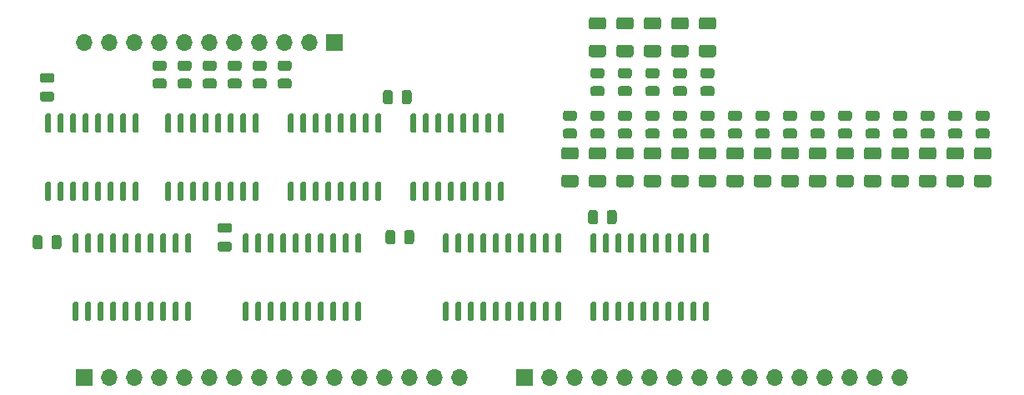
<source format=gbr>
%TF.GenerationSoftware,KiCad,Pcbnew,(5.1.10-1-10_14)*%
%TF.CreationDate,2021-11-12T19:59:20-05:00*%
%TF.ProjectId,address-register-smd,61646472-6573-4732-9d72-656769737465,rev?*%
%TF.SameCoordinates,Original*%
%TF.FileFunction,Soldermask,Top*%
%TF.FilePolarity,Negative*%
%FSLAX46Y46*%
G04 Gerber Fmt 4.6, Leading zero omitted, Abs format (unit mm)*
G04 Created by KiCad (PCBNEW (5.1.10-1-10_14)) date 2021-11-12 19:59:20*
%MOMM*%
%LPD*%
G01*
G04 APERTURE LIST*
%ADD10O,1.700000X1.700000*%
%ADD11R,1.700000X1.700000*%
G04 APERTURE END LIST*
%TO.C,U1*%
G36*
G01*
X60221000Y-137225000D02*
X59921000Y-137225000D01*
G75*
G02*
X59771000Y-137075000I0J150000D01*
G01*
X59771000Y-135400000D01*
G75*
G02*
X59921000Y-135250000I150000J0D01*
G01*
X60221000Y-135250000D01*
G75*
G02*
X60371000Y-135400000I0J-150000D01*
G01*
X60371000Y-137075000D01*
G75*
G02*
X60221000Y-137225000I-150000J0D01*
G01*
G37*
G36*
G01*
X61491000Y-137225000D02*
X61191000Y-137225000D01*
G75*
G02*
X61041000Y-137075000I0J150000D01*
G01*
X61041000Y-135400000D01*
G75*
G02*
X61191000Y-135250000I150000J0D01*
G01*
X61491000Y-135250000D01*
G75*
G02*
X61641000Y-135400000I0J-150000D01*
G01*
X61641000Y-137075000D01*
G75*
G02*
X61491000Y-137225000I-150000J0D01*
G01*
G37*
G36*
G01*
X62761000Y-137225000D02*
X62461000Y-137225000D01*
G75*
G02*
X62311000Y-137075000I0J150000D01*
G01*
X62311000Y-135400000D01*
G75*
G02*
X62461000Y-135250000I150000J0D01*
G01*
X62761000Y-135250000D01*
G75*
G02*
X62911000Y-135400000I0J-150000D01*
G01*
X62911000Y-137075000D01*
G75*
G02*
X62761000Y-137225000I-150000J0D01*
G01*
G37*
G36*
G01*
X64031000Y-137225000D02*
X63731000Y-137225000D01*
G75*
G02*
X63581000Y-137075000I0J150000D01*
G01*
X63581000Y-135400000D01*
G75*
G02*
X63731000Y-135250000I150000J0D01*
G01*
X64031000Y-135250000D01*
G75*
G02*
X64181000Y-135400000I0J-150000D01*
G01*
X64181000Y-137075000D01*
G75*
G02*
X64031000Y-137225000I-150000J0D01*
G01*
G37*
G36*
G01*
X65301000Y-137225000D02*
X65001000Y-137225000D01*
G75*
G02*
X64851000Y-137075000I0J150000D01*
G01*
X64851000Y-135400000D01*
G75*
G02*
X65001000Y-135250000I150000J0D01*
G01*
X65301000Y-135250000D01*
G75*
G02*
X65451000Y-135400000I0J-150000D01*
G01*
X65451000Y-137075000D01*
G75*
G02*
X65301000Y-137225000I-150000J0D01*
G01*
G37*
G36*
G01*
X66571000Y-137225000D02*
X66271000Y-137225000D01*
G75*
G02*
X66121000Y-137075000I0J150000D01*
G01*
X66121000Y-135400000D01*
G75*
G02*
X66271000Y-135250000I150000J0D01*
G01*
X66571000Y-135250000D01*
G75*
G02*
X66721000Y-135400000I0J-150000D01*
G01*
X66721000Y-137075000D01*
G75*
G02*
X66571000Y-137225000I-150000J0D01*
G01*
G37*
G36*
G01*
X67841000Y-137225000D02*
X67541000Y-137225000D01*
G75*
G02*
X67391000Y-137075000I0J150000D01*
G01*
X67391000Y-135400000D01*
G75*
G02*
X67541000Y-135250000I150000J0D01*
G01*
X67841000Y-135250000D01*
G75*
G02*
X67991000Y-135400000I0J-150000D01*
G01*
X67991000Y-137075000D01*
G75*
G02*
X67841000Y-137225000I-150000J0D01*
G01*
G37*
G36*
G01*
X69111000Y-137225000D02*
X68811000Y-137225000D01*
G75*
G02*
X68661000Y-137075000I0J150000D01*
G01*
X68661000Y-135400000D01*
G75*
G02*
X68811000Y-135250000I150000J0D01*
G01*
X69111000Y-135250000D01*
G75*
G02*
X69261000Y-135400000I0J-150000D01*
G01*
X69261000Y-137075000D01*
G75*
G02*
X69111000Y-137225000I-150000J0D01*
G01*
G37*
G36*
G01*
X70381000Y-137225000D02*
X70081000Y-137225000D01*
G75*
G02*
X69931000Y-137075000I0J150000D01*
G01*
X69931000Y-135400000D01*
G75*
G02*
X70081000Y-135250000I150000J0D01*
G01*
X70381000Y-135250000D01*
G75*
G02*
X70531000Y-135400000I0J-150000D01*
G01*
X70531000Y-137075000D01*
G75*
G02*
X70381000Y-137225000I-150000J0D01*
G01*
G37*
G36*
G01*
X71651000Y-137225000D02*
X71351000Y-137225000D01*
G75*
G02*
X71201000Y-137075000I0J150000D01*
G01*
X71201000Y-135400000D01*
G75*
G02*
X71351000Y-135250000I150000J0D01*
G01*
X71651000Y-135250000D01*
G75*
G02*
X71801000Y-135400000I0J-150000D01*
G01*
X71801000Y-137075000D01*
G75*
G02*
X71651000Y-137225000I-150000J0D01*
G01*
G37*
G36*
G01*
X71651000Y-144150000D02*
X71351000Y-144150000D01*
G75*
G02*
X71201000Y-144000000I0J150000D01*
G01*
X71201000Y-142325000D01*
G75*
G02*
X71351000Y-142175000I150000J0D01*
G01*
X71651000Y-142175000D01*
G75*
G02*
X71801000Y-142325000I0J-150000D01*
G01*
X71801000Y-144000000D01*
G75*
G02*
X71651000Y-144150000I-150000J0D01*
G01*
G37*
G36*
G01*
X70381000Y-144150000D02*
X70081000Y-144150000D01*
G75*
G02*
X69931000Y-144000000I0J150000D01*
G01*
X69931000Y-142325000D01*
G75*
G02*
X70081000Y-142175000I150000J0D01*
G01*
X70381000Y-142175000D01*
G75*
G02*
X70531000Y-142325000I0J-150000D01*
G01*
X70531000Y-144000000D01*
G75*
G02*
X70381000Y-144150000I-150000J0D01*
G01*
G37*
G36*
G01*
X69111000Y-144150000D02*
X68811000Y-144150000D01*
G75*
G02*
X68661000Y-144000000I0J150000D01*
G01*
X68661000Y-142325000D01*
G75*
G02*
X68811000Y-142175000I150000J0D01*
G01*
X69111000Y-142175000D01*
G75*
G02*
X69261000Y-142325000I0J-150000D01*
G01*
X69261000Y-144000000D01*
G75*
G02*
X69111000Y-144150000I-150000J0D01*
G01*
G37*
G36*
G01*
X67841000Y-144150000D02*
X67541000Y-144150000D01*
G75*
G02*
X67391000Y-144000000I0J150000D01*
G01*
X67391000Y-142325000D01*
G75*
G02*
X67541000Y-142175000I150000J0D01*
G01*
X67841000Y-142175000D01*
G75*
G02*
X67991000Y-142325000I0J-150000D01*
G01*
X67991000Y-144000000D01*
G75*
G02*
X67841000Y-144150000I-150000J0D01*
G01*
G37*
G36*
G01*
X66571000Y-144150000D02*
X66271000Y-144150000D01*
G75*
G02*
X66121000Y-144000000I0J150000D01*
G01*
X66121000Y-142325000D01*
G75*
G02*
X66271000Y-142175000I150000J0D01*
G01*
X66571000Y-142175000D01*
G75*
G02*
X66721000Y-142325000I0J-150000D01*
G01*
X66721000Y-144000000D01*
G75*
G02*
X66571000Y-144150000I-150000J0D01*
G01*
G37*
G36*
G01*
X65301000Y-144150000D02*
X65001000Y-144150000D01*
G75*
G02*
X64851000Y-144000000I0J150000D01*
G01*
X64851000Y-142325000D01*
G75*
G02*
X65001000Y-142175000I150000J0D01*
G01*
X65301000Y-142175000D01*
G75*
G02*
X65451000Y-142325000I0J-150000D01*
G01*
X65451000Y-144000000D01*
G75*
G02*
X65301000Y-144150000I-150000J0D01*
G01*
G37*
G36*
G01*
X64031000Y-144150000D02*
X63731000Y-144150000D01*
G75*
G02*
X63581000Y-144000000I0J150000D01*
G01*
X63581000Y-142325000D01*
G75*
G02*
X63731000Y-142175000I150000J0D01*
G01*
X64031000Y-142175000D01*
G75*
G02*
X64181000Y-142325000I0J-150000D01*
G01*
X64181000Y-144000000D01*
G75*
G02*
X64031000Y-144150000I-150000J0D01*
G01*
G37*
G36*
G01*
X62761000Y-144150000D02*
X62461000Y-144150000D01*
G75*
G02*
X62311000Y-144000000I0J150000D01*
G01*
X62311000Y-142325000D01*
G75*
G02*
X62461000Y-142175000I150000J0D01*
G01*
X62761000Y-142175000D01*
G75*
G02*
X62911000Y-142325000I0J-150000D01*
G01*
X62911000Y-144000000D01*
G75*
G02*
X62761000Y-144150000I-150000J0D01*
G01*
G37*
G36*
G01*
X61491000Y-144150000D02*
X61191000Y-144150000D01*
G75*
G02*
X61041000Y-144000000I0J150000D01*
G01*
X61041000Y-142325000D01*
G75*
G02*
X61191000Y-142175000I150000J0D01*
G01*
X61491000Y-142175000D01*
G75*
G02*
X61641000Y-142325000I0J-150000D01*
G01*
X61641000Y-144000000D01*
G75*
G02*
X61491000Y-144150000I-150000J0D01*
G01*
G37*
G36*
G01*
X60221000Y-144150000D02*
X59921000Y-144150000D01*
G75*
G02*
X59771000Y-144000000I0J150000D01*
G01*
X59771000Y-142325000D01*
G75*
G02*
X59921000Y-142175000I150000J0D01*
G01*
X60221000Y-142175000D01*
G75*
G02*
X60371000Y-142325000I0J-150000D01*
G01*
X60371000Y-144000000D01*
G75*
G02*
X60221000Y-144150000I-150000J0D01*
G01*
G37*
%TD*%
%TO.C,U7*%
G36*
G01*
X94511000Y-125033000D02*
X94211000Y-125033000D01*
G75*
G02*
X94061000Y-124883000I0J150000D01*
G01*
X94061000Y-123208000D01*
G75*
G02*
X94211000Y-123058000I150000J0D01*
G01*
X94511000Y-123058000D01*
G75*
G02*
X94661000Y-123208000I0J-150000D01*
G01*
X94661000Y-124883000D01*
G75*
G02*
X94511000Y-125033000I-150000J0D01*
G01*
G37*
G36*
G01*
X95781000Y-125033000D02*
X95481000Y-125033000D01*
G75*
G02*
X95331000Y-124883000I0J150000D01*
G01*
X95331000Y-123208000D01*
G75*
G02*
X95481000Y-123058000I150000J0D01*
G01*
X95781000Y-123058000D01*
G75*
G02*
X95931000Y-123208000I0J-150000D01*
G01*
X95931000Y-124883000D01*
G75*
G02*
X95781000Y-125033000I-150000J0D01*
G01*
G37*
G36*
G01*
X97051000Y-125033000D02*
X96751000Y-125033000D01*
G75*
G02*
X96601000Y-124883000I0J150000D01*
G01*
X96601000Y-123208000D01*
G75*
G02*
X96751000Y-123058000I150000J0D01*
G01*
X97051000Y-123058000D01*
G75*
G02*
X97201000Y-123208000I0J-150000D01*
G01*
X97201000Y-124883000D01*
G75*
G02*
X97051000Y-125033000I-150000J0D01*
G01*
G37*
G36*
G01*
X98321000Y-125033000D02*
X98021000Y-125033000D01*
G75*
G02*
X97871000Y-124883000I0J150000D01*
G01*
X97871000Y-123208000D01*
G75*
G02*
X98021000Y-123058000I150000J0D01*
G01*
X98321000Y-123058000D01*
G75*
G02*
X98471000Y-123208000I0J-150000D01*
G01*
X98471000Y-124883000D01*
G75*
G02*
X98321000Y-125033000I-150000J0D01*
G01*
G37*
G36*
G01*
X99591000Y-125033000D02*
X99291000Y-125033000D01*
G75*
G02*
X99141000Y-124883000I0J150000D01*
G01*
X99141000Y-123208000D01*
G75*
G02*
X99291000Y-123058000I150000J0D01*
G01*
X99591000Y-123058000D01*
G75*
G02*
X99741000Y-123208000I0J-150000D01*
G01*
X99741000Y-124883000D01*
G75*
G02*
X99591000Y-125033000I-150000J0D01*
G01*
G37*
G36*
G01*
X100861000Y-125033000D02*
X100561000Y-125033000D01*
G75*
G02*
X100411000Y-124883000I0J150000D01*
G01*
X100411000Y-123208000D01*
G75*
G02*
X100561000Y-123058000I150000J0D01*
G01*
X100861000Y-123058000D01*
G75*
G02*
X101011000Y-123208000I0J-150000D01*
G01*
X101011000Y-124883000D01*
G75*
G02*
X100861000Y-125033000I-150000J0D01*
G01*
G37*
G36*
G01*
X102131000Y-125033000D02*
X101831000Y-125033000D01*
G75*
G02*
X101681000Y-124883000I0J150000D01*
G01*
X101681000Y-123208000D01*
G75*
G02*
X101831000Y-123058000I150000J0D01*
G01*
X102131000Y-123058000D01*
G75*
G02*
X102281000Y-123208000I0J-150000D01*
G01*
X102281000Y-124883000D01*
G75*
G02*
X102131000Y-125033000I-150000J0D01*
G01*
G37*
G36*
G01*
X103401000Y-125033000D02*
X103101000Y-125033000D01*
G75*
G02*
X102951000Y-124883000I0J150000D01*
G01*
X102951000Y-123208000D01*
G75*
G02*
X103101000Y-123058000I150000J0D01*
G01*
X103401000Y-123058000D01*
G75*
G02*
X103551000Y-123208000I0J-150000D01*
G01*
X103551000Y-124883000D01*
G75*
G02*
X103401000Y-125033000I-150000J0D01*
G01*
G37*
G36*
G01*
X103401000Y-131958000D02*
X103101000Y-131958000D01*
G75*
G02*
X102951000Y-131808000I0J150000D01*
G01*
X102951000Y-130133000D01*
G75*
G02*
X103101000Y-129983000I150000J0D01*
G01*
X103401000Y-129983000D01*
G75*
G02*
X103551000Y-130133000I0J-150000D01*
G01*
X103551000Y-131808000D01*
G75*
G02*
X103401000Y-131958000I-150000J0D01*
G01*
G37*
G36*
G01*
X102131000Y-131958000D02*
X101831000Y-131958000D01*
G75*
G02*
X101681000Y-131808000I0J150000D01*
G01*
X101681000Y-130133000D01*
G75*
G02*
X101831000Y-129983000I150000J0D01*
G01*
X102131000Y-129983000D01*
G75*
G02*
X102281000Y-130133000I0J-150000D01*
G01*
X102281000Y-131808000D01*
G75*
G02*
X102131000Y-131958000I-150000J0D01*
G01*
G37*
G36*
G01*
X100861000Y-131958000D02*
X100561000Y-131958000D01*
G75*
G02*
X100411000Y-131808000I0J150000D01*
G01*
X100411000Y-130133000D01*
G75*
G02*
X100561000Y-129983000I150000J0D01*
G01*
X100861000Y-129983000D01*
G75*
G02*
X101011000Y-130133000I0J-150000D01*
G01*
X101011000Y-131808000D01*
G75*
G02*
X100861000Y-131958000I-150000J0D01*
G01*
G37*
G36*
G01*
X99591000Y-131958000D02*
X99291000Y-131958000D01*
G75*
G02*
X99141000Y-131808000I0J150000D01*
G01*
X99141000Y-130133000D01*
G75*
G02*
X99291000Y-129983000I150000J0D01*
G01*
X99591000Y-129983000D01*
G75*
G02*
X99741000Y-130133000I0J-150000D01*
G01*
X99741000Y-131808000D01*
G75*
G02*
X99591000Y-131958000I-150000J0D01*
G01*
G37*
G36*
G01*
X98321000Y-131958000D02*
X98021000Y-131958000D01*
G75*
G02*
X97871000Y-131808000I0J150000D01*
G01*
X97871000Y-130133000D01*
G75*
G02*
X98021000Y-129983000I150000J0D01*
G01*
X98321000Y-129983000D01*
G75*
G02*
X98471000Y-130133000I0J-150000D01*
G01*
X98471000Y-131808000D01*
G75*
G02*
X98321000Y-131958000I-150000J0D01*
G01*
G37*
G36*
G01*
X97051000Y-131958000D02*
X96751000Y-131958000D01*
G75*
G02*
X96601000Y-131808000I0J150000D01*
G01*
X96601000Y-130133000D01*
G75*
G02*
X96751000Y-129983000I150000J0D01*
G01*
X97051000Y-129983000D01*
G75*
G02*
X97201000Y-130133000I0J-150000D01*
G01*
X97201000Y-131808000D01*
G75*
G02*
X97051000Y-131958000I-150000J0D01*
G01*
G37*
G36*
G01*
X95781000Y-131958000D02*
X95481000Y-131958000D01*
G75*
G02*
X95331000Y-131808000I0J150000D01*
G01*
X95331000Y-130133000D01*
G75*
G02*
X95481000Y-129983000I150000J0D01*
G01*
X95781000Y-129983000D01*
G75*
G02*
X95931000Y-130133000I0J-150000D01*
G01*
X95931000Y-131808000D01*
G75*
G02*
X95781000Y-131958000I-150000J0D01*
G01*
G37*
G36*
G01*
X94511000Y-131958000D02*
X94211000Y-131958000D01*
G75*
G02*
X94061000Y-131808000I0J150000D01*
G01*
X94061000Y-130133000D01*
G75*
G02*
X94211000Y-129983000I150000J0D01*
G01*
X94511000Y-129983000D01*
G75*
G02*
X94661000Y-130133000I0J-150000D01*
G01*
X94661000Y-131808000D01*
G75*
G02*
X94511000Y-131958000I-150000J0D01*
G01*
G37*
%TD*%
%TO.C,U5*%
G36*
G01*
X82065000Y-125033000D02*
X81765000Y-125033000D01*
G75*
G02*
X81615000Y-124883000I0J150000D01*
G01*
X81615000Y-123208000D01*
G75*
G02*
X81765000Y-123058000I150000J0D01*
G01*
X82065000Y-123058000D01*
G75*
G02*
X82215000Y-123208000I0J-150000D01*
G01*
X82215000Y-124883000D01*
G75*
G02*
X82065000Y-125033000I-150000J0D01*
G01*
G37*
G36*
G01*
X83335000Y-125033000D02*
X83035000Y-125033000D01*
G75*
G02*
X82885000Y-124883000I0J150000D01*
G01*
X82885000Y-123208000D01*
G75*
G02*
X83035000Y-123058000I150000J0D01*
G01*
X83335000Y-123058000D01*
G75*
G02*
X83485000Y-123208000I0J-150000D01*
G01*
X83485000Y-124883000D01*
G75*
G02*
X83335000Y-125033000I-150000J0D01*
G01*
G37*
G36*
G01*
X84605000Y-125033000D02*
X84305000Y-125033000D01*
G75*
G02*
X84155000Y-124883000I0J150000D01*
G01*
X84155000Y-123208000D01*
G75*
G02*
X84305000Y-123058000I150000J0D01*
G01*
X84605000Y-123058000D01*
G75*
G02*
X84755000Y-123208000I0J-150000D01*
G01*
X84755000Y-124883000D01*
G75*
G02*
X84605000Y-125033000I-150000J0D01*
G01*
G37*
G36*
G01*
X85875000Y-125033000D02*
X85575000Y-125033000D01*
G75*
G02*
X85425000Y-124883000I0J150000D01*
G01*
X85425000Y-123208000D01*
G75*
G02*
X85575000Y-123058000I150000J0D01*
G01*
X85875000Y-123058000D01*
G75*
G02*
X86025000Y-123208000I0J-150000D01*
G01*
X86025000Y-124883000D01*
G75*
G02*
X85875000Y-125033000I-150000J0D01*
G01*
G37*
G36*
G01*
X87145000Y-125033000D02*
X86845000Y-125033000D01*
G75*
G02*
X86695000Y-124883000I0J150000D01*
G01*
X86695000Y-123208000D01*
G75*
G02*
X86845000Y-123058000I150000J0D01*
G01*
X87145000Y-123058000D01*
G75*
G02*
X87295000Y-123208000I0J-150000D01*
G01*
X87295000Y-124883000D01*
G75*
G02*
X87145000Y-125033000I-150000J0D01*
G01*
G37*
G36*
G01*
X88415000Y-125033000D02*
X88115000Y-125033000D01*
G75*
G02*
X87965000Y-124883000I0J150000D01*
G01*
X87965000Y-123208000D01*
G75*
G02*
X88115000Y-123058000I150000J0D01*
G01*
X88415000Y-123058000D01*
G75*
G02*
X88565000Y-123208000I0J-150000D01*
G01*
X88565000Y-124883000D01*
G75*
G02*
X88415000Y-125033000I-150000J0D01*
G01*
G37*
G36*
G01*
X89685000Y-125033000D02*
X89385000Y-125033000D01*
G75*
G02*
X89235000Y-124883000I0J150000D01*
G01*
X89235000Y-123208000D01*
G75*
G02*
X89385000Y-123058000I150000J0D01*
G01*
X89685000Y-123058000D01*
G75*
G02*
X89835000Y-123208000I0J-150000D01*
G01*
X89835000Y-124883000D01*
G75*
G02*
X89685000Y-125033000I-150000J0D01*
G01*
G37*
G36*
G01*
X90955000Y-125033000D02*
X90655000Y-125033000D01*
G75*
G02*
X90505000Y-124883000I0J150000D01*
G01*
X90505000Y-123208000D01*
G75*
G02*
X90655000Y-123058000I150000J0D01*
G01*
X90955000Y-123058000D01*
G75*
G02*
X91105000Y-123208000I0J-150000D01*
G01*
X91105000Y-124883000D01*
G75*
G02*
X90955000Y-125033000I-150000J0D01*
G01*
G37*
G36*
G01*
X90955000Y-131958000D02*
X90655000Y-131958000D01*
G75*
G02*
X90505000Y-131808000I0J150000D01*
G01*
X90505000Y-130133000D01*
G75*
G02*
X90655000Y-129983000I150000J0D01*
G01*
X90955000Y-129983000D01*
G75*
G02*
X91105000Y-130133000I0J-150000D01*
G01*
X91105000Y-131808000D01*
G75*
G02*
X90955000Y-131958000I-150000J0D01*
G01*
G37*
G36*
G01*
X89685000Y-131958000D02*
X89385000Y-131958000D01*
G75*
G02*
X89235000Y-131808000I0J150000D01*
G01*
X89235000Y-130133000D01*
G75*
G02*
X89385000Y-129983000I150000J0D01*
G01*
X89685000Y-129983000D01*
G75*
G02*
X89835000Y-130133000I0J-150000D01*
G01*
X89835000Y-131808000D01*
G75*
G02*
X89685000Y-131958000I-150000J0D01*
G01*
G37*
G36*
G01*
X88415000Y-131958000D02*
X88115000Y-131958000D01*
G75*
G02*
X87965000Y-131808000I0J150000D01*
G01*
X87965000Y-130133000D01*
G75*
G02*
X88115000Y-129983000I150000J0D01*
G01*
X88415000Y-129983000D01*
G75*
G02*
X88565000Y-130133000I0J-150000D01*
G01*
X88565000Y-131808000D01*
G75*
G02*
X88415000Y-131958000I-150000J0D01*
G01*
G37*
G36*
G01*
X87145000Y-131958000D02*
X86845000Y-131958000D01*
G75*
G02*
X86695000Y-131808000I0J150000D01*
G01*
X86695000Y-130133000D01*
G75*
G02*
X86845000Y-129983000I150000J0D01*
G01*
X87145000Y-129983000D01*
G75*
G02*
X87295000Y-130133000I0J-150000D01*
G01*
X87295000Y-131808000D01*
G75*
G02*
X87145000Y-131958000I-150000J0D01*
G01*
G37*
G36*
G01*
X85875000Y-131958000D02*
X85575000Y-131958000D01*
G75*
G02*
X85425000Y-131808000I0J150000D01*
G01*
X85425000Y-130133000D01*
G75*
G02*
X85575000Y-129983000I150000J0D01*
G01*
X85875000Y-129983000D01*
G75*
G02*
X86025000Y-130133000I0J-150000D01*
G01*
X86025000Y-131808000D01*
G75*
G02*
X85875000Y-131958000I-150000J0D01*
G01*
G37*
G36*
G01*
X84605000Y-131958000D02*
X84305000Y-131958000D01*
G75*
G02*
X84155000Y-131808000I0J150000D01*
G01*
X84155000Y-130133000D01*
G75*
G02*
X84305000Y-129983000I150000J0D01*
G01*
X84605000Y-129983000D01*
G75*
G02*
X84755000Y-130133000I0J-150000D01*
G01*
X84755000Y-131808000D01*
G75*
G02*
X84605000Y-131958000I-150000J0D01*
G01*
G37*
G36*
G01*
X83335000Y-131958000D02*
X83035000Y-131958000D01*
G75*
G02*
X82885000Y-131808000I0J150000D01*
G01*
X82885000Y-130133000D01*
G75*
G02*
X83035000Y-129983000I150000J0D01*
G01*
X83335000Y-129983000D01*
G75*
G02*
X83485000Y-130133000I0J-150000D01*
G01*
X83485000Y-131808000D01*
G75*
G02*
X83335000Y-131958000I-150000J0D01*
G01*
G37*
G36*
G01*
X82065000Y-131958000D02*
X81765000Y-131958000D01*
G75*
G02*
X81615000Y-131808000I0J150000D01*
G01*
X81615000Y-130133000D01*
G75*
G02*
X81765000Y-129983000I150000J0D01*
G01*
X82065000Y-129983000D01*
G75*
G02*
X82215000Y-130133000I0J-150000D01*
G01*
X82215000Y-131808000D01*
G75*
G02*
X82065000Y-131958000I-150000J0D01*
G01*
G37*
%TD*%
%TO.C,U3*%
G36*
G01*
X69619000Y-125033000D02*
X69319000Y-125033000D01*
G75*
G02*
X69169000Y-124883000I0J150000D01*
G01*
X69169000Y-123208000D01*
G75*
G02*
X69319000Y-123058000I150000J0D01*
G01*
X69619000Y-123058000D01*
G75*
G02*
X69769000Y-123208000I0J-150000D01*
G01*
X69769000Y-124883000D01*
G75*
G02*
X69619000Y-125033000I-150000J0D01*
G01*
G37*
G36*
G01*
X70889000Y-125033000D02*
X70589000Y-125033000D01*
G75*
G02*
X70439000Y-124883000I0J150000D01*
G01*
X70439000Y-123208000D01*
G75*
G02*
X70589000Y-123058000I150000J0D01*
G01*
X70889000Y-123058000D01*
G75*
G02*
X71039000Y-123208000I0J-150000D01*
G01*
X71039000Y-124883000D01*
G75*
G02*
X70889000Y-125033000I-150000J0D01*
G01*
G37*
G36*
G01*
X72159000Y-125033000D02*
X71859000Y-125033000D01*
G75*
G02*
X71709000Y-124883000I0J150000D01*
G01*
X71709000Y-123208000D01*
G75*
G02*
X71859000Y-123058000I150000J0D01*
G01*
X72159000Y-123058000D01*
G75*
G02*
X72309000Y-123208000I0J-150000D01*
G01*
X72309000Y-124883000D01*
G75*
G02*
X72159000Y-125033000I-150000J0D01*
G01*
G37*
G36*
G01*
X73429000Y-125033000D02*
X73129000Y-125033000D01*
G75*
G02*
X72979000Y-124883000I0J150000D01*
G01*
X72979000Y-123208000D01*
G75*
G02*
X73129000Y-123058000I150000J0D01*
G01*
X73429000Y-123058000D01*
G75*
G02*
X73579000Y-123208000I0J-150000D01*
G01*
X73579000Y-124883000D01*
G75*
G02*
X73429000Y-125033000I-150000J0D01*
G01*
G37*
G36*
G01*
X74699000Y-125033000D02*
X74399000Y-125033000D01*
G75*
G02*
X74249000Y-124883000I0J150000D01*
G01*
X74249000Y-123208000D01*
G75*
G02*
X74399000Y-123058000I150000J0D01*
G01*
X74699000Y-123058000D01*
G75*
G02*
X74849000Y-123208000I0J-150000D01*
G01*
X74849000Y-124883000D01*
G75*
G02*
X74699000Y-125033000I-150000J0D01*
G01*
G37*
G36*
G01*
X75969000Y-125033000D02*
X75669000Y-125033000D01*
G75*
G02*
X75519000Y-124883000I0J150000D01*
G01*
X75519000Y-123208000D01*
G75*
G02*
X75669000Y-123058000I150000J0D01*
G01*
X75969000Y-123058000D01*
G75*
G02*
X76119000Y-123208000I0J-150000D01*
G01*
X76119000Y-124883000D01*
G75*
G02*
X75969000Y-125033000I-150000J0D01*
G01*
G37*
G36*
G01*
X77239000Y-125033000D02*
X76939000Y-125033000D01*
G75*
G02*
X76789000Y-124883000I0J150000D01*
G01*
X76789000Y-123208000D01*
G75*
G02*
X76939000Y-123058000I150000J0D01*
G01*
X77239000Y-123058000D01*
G75*
G02*
X77389000Y-123208000I0J-150000D01*
G01*
X77389000Y-124883000D01*
G75*
G02*
X77239000Y-125033000I-150000J0D01*
G01*
G37*
G36*
G01*
X78509000Y-125033000D02*
X78209000Y-125033000D01*
G75*
G02*
X78059000Y-124883000I0J150000D01*
G01*
X78059000Y-123208000D01*
G75*
G02*
X78209000Y-123058000I150000J0D01*
G01*
X78509000Y-123058000D01*
G75*
G02*
X78659000Y-123208000I0J-150000D01*
G01*
X78659000Y-124883000D01*
G75*
G02*
X78509000Y-125033000I-150000J0D01*
G01*
G37*
G36*
G01*
X78509000Y-131958000D02*
X78209000Y-131958000D01*
G75*
G02*
X78059000Y-131808000I0J150000D01*
G01*
X78059000Y-130133000D01*
G75*
G02*
X78209000Y-129983000I150000J0D01*
G01*
X78509000Y-129983000D01*
G75*
G02*
X78659000Y-130133000I0J-150000D01*
G01*
X78659000Y-131808000D01*
G75*
G02*
X78509000Y-131958000I-150000J0D01*
G01*
G37*
G36*
G01*
X77239000Y-131958000D02*
X76939000Y-131958000D01*
G75*
G02*
X76789000Y-131808000I0J150000D01*
G01*
X76789000Y-130133000D01*
G75*
G02*
X76939000Y-129983000I150000J0D01*
G01*
X77239000Y-129983000D01*
G75*
G02*
X77389000Y-130133000I0J-150000D01*
G01*
X77389000Y-131808000D01*
G75*
G02*
X77239000Y-131958000I-150000J0D01*
G01*
G37*
G36*
G01*
X75969000Y-131958000D02*
X75669000Y-131958000D01*
G75*
G02*
X75519000Y-131808000I0J150000D01*
G01*
X75519000Y-130133000D01*
G75*
G02*
X75669000Y-129983000I150000J0D01*
G01*
X75969000Y-129983000D01*
G75*
G02*
X76119000Y-130133000I0J-150000D01*
G01*
X76119000Y-131808000D01*
G75*
G02*
X75969000Y-131958000I-150000J0D01*
G01*
G37*
G36*
G01*
X74699000Y-131958000D02*
X74399000Y-131958000D01*
G75*
G02*
X74249000Y-131808000I0J150000D01*
G01*
X74249000Y-130133000D01*
G75*
G02*
X74399000Y-129983000I150000J0D01*
G01*
X74699000Y-129983000D01*
G75*
G02*
X74849000Y-130133000I0J-150000D01*
G01*
X74849000Y-131808000D01*
G75*
G02*
X74699000Y-131958000I-150000J0D01*
G01*
G37*
G36*
G01*
X73429000Y-131958000D02*
X73129000Y-131958000D01*
G75*
G02*
X72979000Y-131808000I0J150000D01*
G01*
X72979000Y-130133000D01*
G75*
G02*
X73129000Y-129983000I150000J0D01*
G01*
X73429000Y-129983000D01*
G75*
G02*
X73579000Y-130133000I0J-150000D01*
G01*
X73579000Y-131808000D01*
G75*
G02*
X73429000Y-131958000I-150000J0D01*
G01*
G37*
G36*
G01*
X72159000Y-131958000D02*
X71859000Y-131958000D01*
G75*
G02*
X71709000Y-131808000I0J150000D01*
G01*
X71709000Y-130133000D01*
G75*
G02*
X71859000Y-129983000I150000J0D01*
G01*
X72159000Y-129983000D01*
G75*
G02*
X72309000Y-130133000I0J-150000D01*
G01*
X72309000Y-131808000D01*
G75*
G02*
X72159000Y-131958000I-150000J0D01*
G01*
G37*
G36*
G01*
X70889000Y-131958000D02*
X70589000Y-131958000D01*
G75*
G02*
X70439000Y-131808000I0J150000D01*
G01*
X70439000Y-130133000D01*
G75*
G02*
X70589000Y-129983000I150000J0D01*
G01*
X70889000Y-129983000D01*
G75*
G02*
X71039000Y-130133000I0J-150000D01*
G01*
X71039000Y-131808000D01*
G75*
G02*
X70889000Y-131958000I-150000J0D01*
G01*
G37*
G36*
G01*
X69619000Y-131958000D02*
X69319000Y-131958000D01*
G75*
G02*
X69169000Y-131808000I0J150000D01*
G01*
X69169000Y-130133000D01*
G75*
G02*
X69319000Y-129983000I150000J0D01*
G01*
X69619000Y-129983000D01*
G75*
G02*
X69769000Y-130133000I0J-150000D01*
G01*
X69769000Y-131808000D01*
G75*
G02*
X69619000Y-131958000I-150000J0D01*
G01*
G37*
%TD*%
%TO.C,U2*%
G36*
G01*
X57427000Y-125033000D02*
X57127000Y-125033000D01*
G75*
G02*
X56977000Y-124883000I0J150000D01*
G01*
X56977000Y-123208000D01*
G75*
G02*
X57127000Y-123058000I150000J0D01*
G01*
X57427000Y-123058000D01*
G75*
G02*
X57577000Y-123208000I0J-150000D01*
G01*
X57577000Y-124883000D01*
G75*
G02*
X57427000Y-125033000I-150000J0D01*
G01*
G37*
G36*
G01*
X58697000Y-125033000D02*
X58397000Y-125033000D01*
G75*
G02*
X58247000Y-124883000I0J150000D01*
G01*
X58247000Y-123208000D01*
G75*
G02*
X58397000Y-123058000I150000J0D01*
G01*
X58697000Y-123058000D01*
G75*
G02*
X58847000Y-123208000I0J-150000D01*
G01*
X58847000Y-124883000D01*
G75*
G02*
X58697000Y-125033000I-150000J0D01*
G01*
G37*
G36*
G01*
X59967000Y-125033000D02*
X59667000Y-125033000D01*
G75*
G02*
X59517000Y-124883000I0J150000D01*
G01*
X59517000Y-123208000D01*
G75*
G02*
X59667000Y-123058000I150000J0D01*
G01*
X59967000Y-123058000D01*
G75*
G02*
X60117000Y-123208000I0J-150000D01*
G01*
X60117000Y-124883000D01*
G75*
G02*
X59967000Y-125033000I-150000J0D01*
G01*
G37*
G36*
G01*
X61237000Y-125033000D02*
X60937000Y-125033000D01*
G75*
G02*
X60787000Y-124883000I0J150000D01*
G01*
X60787000Y-123208000D01*
G75*
G02*
X60937000Y-123058000I150000J0D01*
G01*
X61237000Y-123058000D01*
G75*
G02*
X61387000Y-123208000I0J-150000D01*
G01*
X61387000Y-124883000D01*
G75*
G02*
X61237000Y-125033000I-150000J0D01*
G01*
G37*
G36*
G01*
X62507000Y-125033000D02*
X62207000Y-125033000D01*
G75*
G02*
X62057000Y-124883000I0J150000D01*
G01*
X62057000Y-123208000D01*
G75*
G02*
X62207000Y-123058000I150000J0D01*
G01*
X62507000Y-123058000D01*
G75*
G02*
X62657000Y-123208000I0J-150000D01*
G01*
X62657000Y-124883000D01*
G75*
G02*
X62507000Y-125033000I-150000J0D01*
G01*
G37*
G36*
G01*
X63777000Y-125033000D02*
X63477000Y-125033000D01*
G75*
G02*
X63327000Y-124883000I0J150000D01*
G01*
X63327000Y-123208000D01*
G75*
G02*
X63477000Y-123058000I150000J0D01*
G01*
X63777000Y-123058000D01*
G75*
G02*
X63927000Y-123208000I0J-150000D01*
G01*
X63927000Y-124883000D01*
G75*
G02*
X63777000Y-125033000I-150000J0D01*
G01*
G37*
G36*
G01*
X65047000Y-125033000D02*
X64747000Y-125033000D01*
G75*
G02*
X64597000Y-124883000I0J150000D01*
G01*
X64597000Y-123208000D01*
G75*
G02*
X64747000Y-123058000I150000J0D01*
G01*
X65047000Y-123058000D01*
G75*
G02*
X65197000Y-123208000I0J-150000D01*
G01*
X65197000Y-124883000D01*
G75*
G02*
X65047000Y-125033000I-150000J0D01*
G01*
G37*
G36*
G01*
X66317000Y-125033000D02*
X66017000Y-125033000D01*
G75*
G02*
X65867000Y-124883000I0J150000D01*
G01*
X65867000Y-123208000D01*
G75*
G02*
X66017000Y-123058000I150000J0D01*
G01*
X66317000Y-123058000D01*
G75*
G02*
X66467000Y-123208000I0J-150000D01*
G01*
X66467000Y-124883000D01*
G75*
G02*
X66317000Y-125033000I-150000J0D01*
G01*
G37*
G36*
G01*
X66317000Y-131958000D02*
X66017000Y-131958000D01*
G75*
G02*
X65867000Y-131808000I0J150000D01*
G01*
X65867000Y-130133000D01*
G75*
G02*
X66017000Y-129983000I150000J0D01*
G01*
X66317000Y-129983000D01*
G75*
G02*
X66467000Y-130133000I0J-150000D01*
G01*
X66467000Y-131808000D01*
G75*
G02*
X66317000Y-131958000I-150000J0D01*
G01*
G37*
G36*
G01*
X65047000Y-131958000D02*
X64747000Y-131958000D01*
G75*
G02*
X64597000Y-131808000I0J150000D01*
G01*
X64597000Y-130133000D01*
G75*
G02*
X64747000Y-129983000I150000J0D01*
G01*
X65047000Y-129983000D01*
G75*
G02*
X65197000Y-130133000I0J-150000D01*
G01*
X65197000Y-131808000D01*
G75*
G02*
X65047000Y-131958000I-150000J0D01*
G01*
G37*
G36*
G01*
X63777000Y-131958000D02*
X63477000Y-131958000D01*
G75*
G02*
X63327000Y-131808000I0J150000D01*
G01*
X63327000Y-130133000D01*
G75*
G02*
X63477000Y-129983000I150000J0D01*
G01*
X63777000Y-129983000D01*
G75*
G02*
X63927000Y-130133000I0J-150000D01*
G01*
X63927000Y-131808000D01*
G75*
G02*
X63777000Y-131958000I-150000J0D01*
G01*
G37*
G36*
G01*
X62507000Y-131958000D02*
X62207000Y-131958000D01*
G75*
G02*
X62057000Y-131808000I0J150000D01*
G01*
X62057000Y-130133000D01*
G75*
G02*
X62207000Y-129983000I150000J0D01*
G01*
X62507000Y-129983000D01*
G75*
G02*
X62657000Y-130133000I0J-150000D01*
G01*
X62657000Y-131808000D01*
G75*
G02*
X62507000Y-131958000I-150000J0D01*
G01*
G37*
G36*
G01*
X61237000Y-131958000D02*
X60937000Y-131958000D01*
G75*
G02*
X60787000Y-131808000I0J150000D01*
G01*
X60787000Y-130133000D01*
G75*
G02*
X60937000Y-129983000I150000J0D01*
G01*
X61237000Y-129983000D01*
G75*
G02*
X61387000Y-130133000I0J-150000D01*
G01*
X61387000Y-131808000D01*
G75*
G02*
X61237000Y-131958000I-150000J0D01*
G01*
G37*
G36*
G01*
X59967000Y-131958000D02*
X59667000Y-131958000D01*
G75*
G02*
X59517000Y-131808000I0J150000D01*
G01*
X59517000Y-130133000D01*
G75*
G02*
X59667000Y-129983000I150000J0D01*
G01*
X59967000Y-129983000D01*
G75*
G02*
X60117000Y-130133000I0J-150000D01*
G01*
X60117000Y-131808000D01*
G75*
G02*
X59967000Y-131958000I-150000J0D01*
G01*
G37*
G36*
G01*
X58697000Y-131958000D02*
X58397000Y-131958000D01*
G75*
G02*
X58247000Y-131808000I0J150000D01*
G01*
X58247000Y-130133000D01*
G75*
G02*
X58397000Y-129983000I150000J0D01*
G01*
X58697000Y-129983000D01*
G75*
G02*
X58847000Y-130133000I0J-150000D01*
G01*
X58847000Y-131808000D01*
G75*
G02*
X58697000Y-131958000I-150000J0D01*
G01*
G37*
G36*
G01*
X57427000Y-131958000D02*
X57127000Y-131958000D01*
G75*
G02*
X56977000Y-131808000I0J150000D01*
G01*
X56977000Y-130133000D01*
G75*
G02*
X57127000Y-129983000I150000J0D01*
G01*
X57427000Y-129983000D01*
G75*
G02*
X57577000Y-130133000I0J-150000D01*
G01*
X57577000Y-131808000D01*
G75*
G02*
X57427000Y-131958000I-150000J0D01*
G01*
G37*
%TD*%
%TO.C,R2*%
G36*
G01*
X110686001Y-123806000D02*
X109785999Y-123806000D01*
G75*
G02*
X109536000Y-123556001I0J249999D01*
G01*
X109536000Y-123030999D01*
G75*
G02*
X109785999Y-122781000I249999J0D01*
G01*
X110686001Y-122781000D01*
G75*
G02*
X110936000Y-123030999I0J-249999D01*
G01*
X110936000Y-123556001D01*
G75*
G02*
X110686001Y-123806000I-249999J0D01*
G01*
G37*
G36*
G01*
X110686001Y-125631000D02*
X109785999Y-125631000D01*
G75*
G02*
X109536000Y-125381001I0J249999D01*
G01*
X109536000Y-124855999D01*
G75*
G02*
X109785999Y-124606000I249999J0D01*
G01*
X110686001Y-124606000D01*
G75*
G02*
X110936000Y-124855999I0J-249999D01*
G01*
X110936000Y-125381001D01*
G75*
G02*
X110686001Y-125631000I-249999J0D01*
G01*
G37*
%TD*%
%TO.C,D1*%
G36*
G01*
X109611000Y-129299000D02*
X110861000Y-129299000D01*
G75*
G02*
X111111000Y-129549000I0J-250000D01*
G01*
X111111000Y-130299000D01*
G75*
G02*
X110861000Y-130549000I-250000J0D01*
G01*
X109611000Y-130549000D01*
G75*
G02*
X109361000Y-130299000I0J250000D01*
G01*
X109361000Y-129549000D01*
G75*
G02*
X109611000Y-129299000I250000J0D01*
G01*
G37*
G36*
G01*
X109611000Y-126499000D02*
X110861000Y-126499000D01*
G75*
G02*
X111111000Y-126749000I0J-250000D01*
G01*
X111111000Y-127499000D01*
G75*
G02*
X110861000Y-127749000I-250000J0D01*
G01*
X109611000Y-127749000D01*
G75*
G02*
X109361000Y-127499000I0J250000D01*
G01*
X109361000Y-126749000D01*
G75*
G02*
X109611000Y-126499000I250000J0D01*
G01*
G37*
%TD*%
%TO.C,C7*%
G36*
G01*
X75659000Y-135186000D02*
X74709000Y-135186000D01*
G75*
G02*
X74459000Y-134936000I0J250000D01*
G01*
X74459000Y-134436000D01*
G75*
G02*
X74709000Y-134186000I250000J0D01*
G01*
X75659000Y-134186000D01*
G75*
G02*
X75909000Y-134436000I0J-250000D01*
G01*
X75909000Y-134936000D01*
G75*
G02*
X75659000Y-135186000I-250000J0D01*
G01*
G37*
G36*
G01*
X75659000Y-137086000D02*
X74709000Y-137086000D01*
G75*
G02*
X74459000Y-136836000I0J250000D01*
G01*
X74459000Y-136336000D01*
G75*
G02*
X74709000Y-136086000I250000J0D01*
G01*
X75659000Y-136086000D01*
G75*
G02*
X75909000Y-136336000I0J-250000D01*
G01*
X75909000Y-136836000D01*
G75*
G02*
X75659000Y-137086000I-250000J0D01*
G01*
G37*
%TD*%
%TO.C,C3*%
G36*
G01*
X92260000Y-120937000D02*
X92260000Y-121887000D01*
G75*
G02*
X92010000Y-122137000I-250000J0D01*
G01*
X91510000Y-122137000D01*
G75*
G02*
X91260000Y-121887000I0J250000D01*
G01*
X91260000Y-120937000D01*
G75*
G02*
X91510000Y-120687000I250000J0D01*
G01*
X92010000Y-120687000D01*
G75*
G02*
X92260000Y-120937000I0J-250000D01*
G01*
G37*
G36*
G01*
X94160000Y-120937000D02*
X94160000Y-121887000D01*
G75*
G02*
X93910000Y-122137000I-250000J0D01*
G01*
X93410000Y-122137000D01*
G75*
G02*
X93160000Y-121887000I0J250000D01*
G01*
X93160000Y-120937000D01*
G75*
G02*
X93410000Y-120687000I250000J0D01*
G01*
X93910000Y-120687000D01*
G75*
G02*
X94160000Y-120937000I0J-250000D01*
G01*
G37*
%TD*%
%TO.C,C2*%
G36*
G01*
X57625000Y-119946000D02*
X56675000Y-119946000D01*
G75*
G02*
X56425000Y-119696000I0J250000D01*
G01*
X56425000Y-119196000D01*
G75*
G02*
X56675000Y-118946000I250000J0D01*
G01*
X57625000Y-118946000D01*
G75*
G02*
X57875000Y-119196000I0J-250000D01*
G01*
X57875000Y-119696000D01*
G75*
G02*
X57625000Y-119946000I-250000J0D01*
G01*
G37*
G36*
G01*
X57625000Y-121846000D02*
X56675000Y-121846000D01*
G75*
G02*
X56425000Y-121596000I0J250000D01*
G01*
X56425000Y-121096000D01*
G75*
G02*
X56675000Y-120846000I250000J0D01*
G01*
X57625000Y-120846000D01*
G75*
G02*
X57875000Y-121096000I0J-250000D01*
G01*
X57875000Y-121596000D01*
G75*
G02*
X57625000Y-121846000I-250000J0D01*
G01*
G37*
%TD*%
D10*
%TO.C,J4*%
X60960000Y-115824000D03*
X63500000Y-115824000D03*
X66040000Y-115824000D03*
X68580000Y-115824000D03*
X71120000Y-115824000D03*
X73660000Y-115824000D03*
X76200000Y-115824000D03*
X78740000Y-115824000D03*
X81280000Y-115824000D03*
X83820000Y-115824000D03*
D11*
X86360000Y-115824000D03*
%TD*%
%TO.C,R19*%
G36*
G01*
X152596002Y-123806000D02*
X151695998Y-123806000D01*
G75*
G02*
X151446000Y-123556002I0J249998D01*
G01*
X151446000Y-123030998D01*
G75*
G02*
X151695998Y-122781000I249998J0D01*
G01*
X152596002Y-122781000D01*
G75*
G02*
X152846000Y-123030998I0J-249998D01*
G01*
X152846000Y-123556002D01*
G75*
G02*
X152596002Y-123806000I-249998J0D01*
G01*
G37*
G36*
G01*
X152596002Y-125631000D02*
X151695998Y-125631000D01*
G75*
G02*
X151446000Y-125381002I0J249998D01*
G01*
X151446000Y-124855998D01*
G75*
G02*
X151695998Y-124606000I249998J0D01*
G01*
X152596002Y-124606000D01*
G75*
G02*
X152846000Y-124855998I0J-249998D01*
G01*
X152846000Y-125381002D01*
G75*
G02*
X152596002Y-125631000I-249998J0D01*
G01*
G37*
%TD*%
%TO.C,R16*%
G36*
G01*
X149802002Y-123806000D02*
X148901998Y-123806000D01*
G75*
G02*
X148652000Y-123556002I0J249998D01*
G01*
X148652000Y-123030998D01*
G75*
G02*
X148901998Y-122781000I249998J0D01*
G01*
X149802002Y-122781000D01*
G75*
G02*
X150052000Y-123030998I0J-249998D01*
G01*
X150052000Y-123556002D01*
G75*
G02*
X149802002Y-123806000I-249998J0D01*
G01*
G37*
G36*
G01*
X149802002Y-125631000D02*
X148901998Y-125631000D01*
G75*
G02*
X148652000Y-125381002I0J249998D01*
G01*
X148652000Y-124855998D01*
G75*
G02*
X148901998Y-124606000I249998J0D01*
G01*
X149802002Y-124606000D01*
G75*
G02*
X150052000Y-124855998I0J-249998D01*
G01*
X150052000Y-125381002D01*
G75*
G02*
X149802002Y-125631000I-249998J0D01*
G01*
G37*
%TD*%
%TO.C,R15*%
G36*
G01*
X147008002Y-123806000D02*
X146107998Y-123806000D01*
G75*
G02*
X145858000Y-123556002I0J249998D01*
G01*
X145858000Y-123030998D01*
G75*
G02*
X146107998Y-122781000I249998J0D01*
G01*
X147008002Y-122781000D01*
G75*
G02*
X147258000Y-123030998I0J-249998D01*
G01*
X147258000Y-123556002D01*
G75*
G02*
X147008002Y-123806000I-249998J0D01*
G01*
G37*
G36*
G01*
X147008002Y-125631000D02*
X146107998Y-125631000D01*
G75*
G02*
X145858000Y-125381002I0J249998D01*
G01*
X145858000Y-124855998D01*
G75*
G02*
X146107998Y-124606000I249998J0D01*
G01*
X147008002Y-124606000D01*
G75*
G02*
X147258000Y-124855998I0J-249998D01*
G01*
X147258000Y-125381002D01*
G75*
G02*
X147008002Y-125631000I-249998J0D01*
G01*
G37*
%TD*%
%TO.C,R14*%
G36*
G01*
X144214002Y-123806000D02*
X143313998Y-123806000D01*
G75*
G02*
X143064000Y-123556002I0J249998D01*
G01*
X143064000Y-123030998D01*
G75*
G02*
X143313998Y-122781000I249998J0D01*
G01*
X144214002Y-122781000D01*
G75*
G02*
X144464000Y-123030998I0J-249998D01*
G01*
X144464000Y-123556002D01*
G75*
G02*
X144214002Y-123806000I-249998J0D01*
G01*
G37*
G36*
G01*
X144214002Y-125631000D02*
X143313998Y-125631000D01*
G75*
G02*
X143064000Y-125381002I0J249998D01*
G01*
X143064000Y-124855998D01*
G75*
G02*
X143313998Y-124606000I249998J0D01*
G01*
X144214002Y-124606000D01*
G75*
G02*
X144464000Y-124855998I0J-249998D01*
G01*
X144464000Y-125381002D01*
G75*
G02*
X144214002Y-125631000I-249998J0D01*
G01*
G37*
%TD*%
%TO.C,R13*%
G36*
G01*
X141420002Y-123806000D02*
X140519998Y-123806000D01*
G75*
G02*
X140270000Y-123556002I0J249998D01*
G01*
X140270000Y-123030998D01*
G75*
G02*
X140519998Y-122781000I249998J0D01*
G01*
X141420002Y-122781000D01*
G75*
G02*
X141670000Y-123030998I0J-249998D01*
G01*
X141670000Y-123556002D01*
G75*
G02*
X141420002Y-123806000I-249998J0D01*
G01*
G37*
G36*
G01*
X141420002Y-125631000D02*
X140519998Y-125631000D01*
G75*
G02*
X140270000Y-125381002I0J249998D01*
G01*
X140270000Y-124855998D01*
G75*
G02*
X140519998Y-124606000I249998J0D01*
G01*
X141420002Y-124606000D01*
G75*
G02*
X141670000Y-124855998I0J-249998D01*
G01*
X141670000Y-125381002D01*
G75*
G02*
X141420002Y-125631000I-249998J0D01*
G01*
G37*
%TD*%
%TO.C,R12*%
G36*
G01*
X138626002Y-123806000D02*
X137725998Y-123806000D01*
G75*
G02*
X137476000Y-123556002I0J249998D01*
G01*
X137476000Y-123030998D01*
G75*
G02*
X137725998Y-122781000I249998J0D01*
G01*
X138626002Y-122781000D01*
G75*
G02*
X138876000Y-123030998I0J-249998D01*
G01*
X138876000Y-123556002D01*
G75*
G02*
X138626002Y-123806000I-249998J0D01*
G01*
G37*
G36*
G01*
X138626002Y-125631000D02*
X137725998Y-125631000D01*
G75*
G02*
X137476000Y-125381002I0J249998D01*
G01*
X137476000Y-124855998D01*
G75*
G02*
X137725998Y-124606000I249998J0D01*
G01*
X138626002Y-124606000D01*
G75*
G02*
X138876000Y-124855998I0J-249998D01*
G01*
X138876000Y-125381002D01*
G75*
G02*
X138626002Y-125631000I-249998J0D01*
G01*
G37*
%TD*%
%TO.C,R11*%
G36*
G01*
X135832002Y-123806000D02*
X134931998Y-123806000D01*
G75*
G02*
X134682000Y-123556002I0J249998D01*
G01*
X134682000Y-123030998D01*
G75*
G02*
X134931998Y-122781000I249998J0D01*
G01*
X135832002Y-122781000D01*
G75*
G02*
X136082000Y-123030998I0J-249998D01*
G01*
X136082000Y-123556002D01*
G75*
G02*
X135832002Y-123806000I-249998J0D01*
G01*
G37*
G36*
G01*
X135832002Y-125631000D02*
X134931998Y-125631000D01*
G75*
G02*
X134682000Y-125381002I0J249998D01*
G01*
X134682000Y-124855998D01*
G75*
G02*
X134931998Y-124606000I249998J0D01*
G01*
X135832002Y-124606000D01*
G75*
G02*
X136082000Y-124855998I0J-249998D01*
G01*
X136082000Y-125381002D01*
G75*
G02*
X135832002Y-125631000I-249998J0D01*
G01*
G37*
%TD*%
%TO.C,R10*%
G36*
G01*
X133038002Y-123806000D02*
X132137998Y-123806000D01*
G75*
G02*
X131888000Y-123556002I0J249998D01*
G01*
X131888000Y-123030998D01*
G75*
G02*
X132137998Y-122781000I249998J0D01*
G01*
X133038002Y-122781000D01*
G75*
G02*
X133288000Y-123030998I0J-249998D01*
G01*
X133288000Y-123556002D01*
G75*
G02*
X133038002Y-123806000I-249998J0D01*
G01*
G37*
G36*
G01*
X133038002Y-125631000D02*
X132137998Y-125631000D01*
G75*
G02*
X131888000Y-125381002I0J249998D01*
G01*
X131888000Y-124855998D01*
G75*
G02*
X132137998Y-124606000I249998J0D01*
G01*
X133038002Y-124606000D01*
G75*
G02*
X133288000Y-124855998I0J-249998D01*
G01*
X133288000Y-125381002D01*
G75*
G02*
X133038002Y-125631000I-249998J0D01*
G01*
G37*
%TD*%
%TO.C,R9*%
G36*
G01*
X130244002Y-123806000D02*
X129343998Y-123806000D01*
G75*
G02*
X129094000Y-123556002I0J249998D01*
G01*
X129094000Y-123030998D01*
G75*
G02*
X129343998Y-122781000I249998J0D01*
G01*
X130244002Y-122781000D01*
G75*
G02*
X130494000Y-123030998I0J-249998D01*
G01*
X130494000Y-123556002D01*
G75*
G02*
X130244002Y-123806000I-249998J0D01*
G01*
G37*
G36*
G01*
X130244002Y-125631000D02*
X129343998Y-125631000D01*
G75*
G02*
X129094000Y-125381002I0J249998D01*
G01*
X129094000Y-124855998D01*
G75*
G02*
X129343998Y-124606000I249998J0D01*
G01*
X130244002Y-124606000D01*
G75*
G02*
X130494000Y-124855998I0J-249998D01*
G01*
X130494000Y-125381002D01*
G75*
G02*
X130244002Y-125631000I-249998J0D01*
G01*
G37*
%TD*%
%TO.C,R8*%
G36*
G01*
X127450002Y-123806000D02*
X126549998Y-123806000D01*
G75*
G02*
X126300000Y-123556002I0J249998D01*
G01*
X126300000Y-123030998D01*
G75*
G02*
X126549998Y-122781000I249998J0D01*
G01*
X127450002Y-122781000D01*
G75*
G02*
X127700000Y-123030998I0J-249998D01*
G01*
X127700000Y-123556002D01*
G75*
G02*
X127450002Y-123806000I-249998J0D01*
G01*
G37*
G36*
G01*
X127450002Y-125631000D02*
X126549998Y-125631000D01*
G75*
G02*
X126300000Y-125381002I0J249998D01*
G01*
X126300000Y-124855998D01*
G75*
G02*
X126549998Y-124606000I249998J0D01*
G01*
X127450002Y-124606000D01*
G75*
G02*
X127700000Y-124855998I0J-249998D01*
G01*
X127700000Y-125381002D01*
G75*
G02*
X127450002Y-125631000I-249998J0D01*
G01*
G37*
%TD*%
%TO.C,R7*%
G36*
G01*
X124656002Y-123806000D02*
X123755998Y-123806000D01*
G75*
G02*
X123506000Y-123556002I0J249998D01*
G01*
X123506000Y-123030998D01*
G75*
G02*
X123755998Y-122781000I249998J0D01*
G01*
X124656002Y-122781000D01*
G75*
G02*
X124906000Y-123030998I0J-249998D01*
G01*
X124906000Y-123556002D01*
G75*
G02*
X124656002Y-123806000I-249998J0D01*
G01*
G37*
G36*
G01*
X124656002Y-125631000D02*
X123755998Y-125631000D01*
G75*
G02*
X123506000Y-125381002I0J249998D01*
G01*
X123506000Y-124855998D01*
G75*
G02*
X123755998Y-124606000I249998J0D01*
G01*
X124656002Y-124606000D01*
G75*
G02*
X124906000Y-124855998I0J-249998D01*
G01*
X124906000Y-125381002D01*
G75*
G02*
X124656002Y-125631000I-249998J0D01*
G01*
G37*
%TD*%
%TO.C,R6*%
G36*
G01*
X121862002Y-123806000D02*
X120961998Y-123806000D01*
G75*
G02*
X120712000Y-123556002I0J249998D01*
G01*
X120712000Y-123030998D01*
G75*
G02*
X120961998Y-122781000I249998J0D01*
G01*
X121862002Y-122781000D01*
G75*
G02*
X122112000Y-123030998I0J-249998D01*
G01*
X122112000Y-123556002D01*
G75*
G02*
X121862002Y-123806000I-249998J0D01*
G01*
G37*
G36*
G01*
X121862002Y-125631000D02*
X120961998Y-125631000D01*
G75*
G02*
X120712000Y-125381002I0J249998D01*
G01*
X120712000Y-124855998D01*
G75*
G02*
X120961998Y-124606000I249998J0D01*
G01*
X121862002Y-124606000D01*
G75*
G02*
X122112000Y-124855998I0J-249998D01*
G01*
X122112000Y-125381002D01*
G75*
G02*
X121862002Y-125631000I-249998J0D01*
G01*
G37*
%TD*%
%TO.C,R5*%
G36*
G01*
X119068002Y-123806000D02*
X118167998Y-123806000D01*
G75*
G02*
X117918000Y-123556002I0J249998D01*
G01*
X117918000Y-123030998D01*
G75*
G02*
X118167998Y-122781000I249998J0D01*
G01*
X119068002Y-122781000D01*
G75*
G02*
X119318000Y-123030998I0J-249998D01*
G01*
X119318000Y-123556002D01*
G75*
G02*
X119068002Y-123806000I-249998J0D01*
G01*
G37*
G36*
G01*
X119068002Y-125631000D02*
X118167998Y-125631000D01*
G75*
G02*
X117918000Y-125381002I0J249998D01*
G01*
X117918000Y-124855998D01*
G75*
G02*
X118167998Y-124606000I249998J0D01*
G01*
X119068002Y-124606000D01*
G75*
G02*
X119318000Y-124855998I0J-249998D01*
G01*
X119318000Y-125381002D01*
G75*
G02*
X119068002Y-125631000I-249998J0D01*
G01*
G37*
%TD*%
%TO.C,R4*%
G36*
G01*
X116274002Y-123806000D02*
X115373998Y-123806000D01*
G75*
G02*
X115124000Y-123556002I0J249998D01*
G01*
X115124000Y-123030998D01*
G75*
G02*
X115373998Y-122781000I249998J0D01*
G01*
X116274002Y-122781000D01*
G75*
G02*
X116524000Y-123030998I0J-249998D01*
G01*
X116524000Y-123556002D01*
G75*
G02*
X116274002Y-123806000I-249998J0D01*
G01*
G37*
G36*
G01*
X116274002Y-125631000D02*
X115373998Y-125631000D01*
G75*
G02*
X115124000Y-125381002I0J249998D01*
G01*
X115124000Y-124855998D01*
G75*
G02*
X115373998Y-124606000I249998J0D01*
G01*
X116274002Y-124606000D01*
G75*
G02*
X116524000Y-124855998I0J-249998D01*
G01*
X116524000Y-125381002D01*
G75*
G02*
X116274002Y-125631000I-249998J0D01*
G01*
G37*
%TD*%
%TO.C,R3*%
G36*
G01*
X113480002Y-123806000D02*
X112579998Y-123806000D01*
G75*
G02*
X112330000Y-123556002I0J249998D01*
G01*
X112330000Y-123030998D01*
G75*
G02*
X112579998Y-122781000I249998J0D01*
G01*
X113480002Y-122781000D01*
G75*
G02*
X113730000Y-123030998I0J-249998D01*
G01*
X113730000Y-123556002D01*
G75*
G02*
X113480002Y-123806000I-249998J0D01*
G01*
G37*
G36*
G01*
X113480002Y-125631000D02*
X112579998Y-125631000D01*
G75*
G02*
X112330000Y-125381002I0J249998D01*
G01*
X112330000Y-124855998D01*
G75*
G02*
X112579998Y-124606000I249998J0D01*
G01*
X113480002Y-124606000D01*
G75*
G02*
X113730000Y-124855998I0J-249998D01*
G01*
X113730000Y-125381002D01*
G75*
G02*
X113480002Y-125631000I-249998J0D01*
G01*
G37*
%TD*%
%TO.C,D16*%
G36*
G01*
X151521000Y-129299000D02*
X152771000Y-129299000D01*
G75*
G02*
X153021000Y-129549000I0J-250000D01*
G01*
X153021000Y-130299000D01*
G75*
G02*
X152771000Y-130549000I-250000J0D01*
G01*
X151521000Y-130549000D01*
G75*
G02*
X151271000Y-130299000I0J250000D01*
G01*
X151271000Y-129549000D01*
G75*
G02*
X151521000Y-129299000I250000J0D01*
G01*
G37*
G36*
G01*
X151521000Y-126499000D02*
X152771000Y-126499000D01*
G75*
G02*
X153021000Y-126749000I0J-250000D01*
G01*
X153021000Y-127499000D01*
G75*
G02*
X152771000Y-127749000I-250000J0D01*
G01*
X151521000Y-127749000D01*
G75*
G02*
X151271000Y-127499000I0J250000D01*
G01*
X151271000Y-126749000D01*
G75*
G02*
X151521000Y-126499000I250000J0D01*
G01*
G37*
%TD*%
%TO.C,D15*%
G36*
G01*
X148727000Y-129299000D02*
X149977000Y-129299000D01*
G75*
G02*
X150227000Y-129549000I0J-250000D01*
G01*
X150227000Y-130299000D01*
G75*
G02*
X149977000Y-130549000I-250000J0D01*
G01*
X148727000Y-130549000D01*
G75*
G02*
X148477000Y-130299000I0J250000D01*
G01*
X148477000Y-129549000D01*
G75*
G02*
X148727000Y-129299000I250000J0D01*
G01*
G37*
G36*
G01*
X148727000Y-126499000D02*
X149977000Y-126499000D01*
G75*
G02*
X150227000Y-126749000I0J-250000D01*
G01*
X150227000Y-127499000D01*
G75*
G02*
X149977000Y-127749000I-250000J0D01*
G01*
X148727000Y-127749000D01*
G75*
G02*
X148477000Y-127499000I0J250000D01*
G01*
X148477000Y-126749000D01*
G75*
G02*
X148727000Y-126499000I250000J0D01*
G01*
G37*
%TD*%
%TO.C,D14*%
G36*
G01*
X145933000Y-129299000D02*
X147183000Y-129299000D01*
G75*
G02*
X147433000Y-129549000I0J-250000D01*
G01*
X147433000Y-130299000D01*
G75*
G02*
X147183000Y-130549000I-250000J0D01*
G01*
X145933000Y-130549000D01*
G75*
G02*
X145683000Y-130299000I0J250000D01*
G01*
X145683000Y-129549000D01*
G75*
G02*
X145933000Y-129299000I250000J0D01*
G01*
G37*
G36*
G01*
X145933000Y-126499000D02*
X147183000Y-126499000D01*
G75*
G02*
X147433000Y-126749000I0J-250000D01*
G01*
X147433000Y-127499000D01*
G75*
G02*
X147183000Y-127749000I-250000J0D01*
G01*
X145933000Y-127749000D01*
G75*
G02*
X145683000Y-127499000I0J250000D01*
G01*
X145683000Y-126749000D01*
G75*
G02*
X145933000Y-126499000I250000J0D01*
G01*
G37*
%TD*%
%TO.C,D13*%
G36*
G01*
X143139000Y-129299000D02*
X144389000Y-129299000D01*
G75*
G02*
X144639000Y-129549000I0J-250000D01*
G01*
X144639000Y-130299000D01*
G75*
G02*
X144389000Y-130549000I-250000J0D01*
G01*
X143139000Y-130549000D01*
G75*
G02*
X142889000Y-130299000I0J250000D01*
G01*
X142889000Y-129549000D01*
G75*
G02*
X143139000Y-129299000I250000J0D01*
G01*
G37*
G36*
G01*
X143139000Y-126499000D02*
X144389000Y-126499000D01*
G75*
G02*
X144639000Y-126749000I0J-250000D01*
G01*
X144639000Y-127499000D01*
G75*
G02*
X144389000Y-127749000I-250000J0D01*
G01*
X143139000Y-127749000D01*
G75*
G02*
X142889000Y-127499000I0J250000D01*
G01*
X142889000Y-126749000D01*
G75*
G02*
X143139000Y-126499000I250000J0D01*
G01*
G37*
%TD*%
%TO.C,D12*%
G36*
G01*
X140345000Y-129299000D02*
X141595000Y-129299000D01*
G75*
G02*
X141845000Y-129549000I0J-250000D01*
G01*
X141845000Y-130299000D01*
G75*
G02*
X141595000Y-130549000I-250000J0D01*
G01*
X140345000Y-130549000D01*
G75*
G02*
X140095000Y-130299000I0J250000D01*
G01*
X140095000Y-129549000D01*
G75*
G02*
X140345000Y-129299000I250000J0D01*
G01*
G37*
G36*
G01*
X140345000Y-126499000D02*
X141595000Y-126499000D01*
G75*
G02*
X141845000Y-126749000I0J-250000D01*
G01*
X141845000Y-127499000D01*
G75*
G02*
X141595000Y-127749000I-250000J0D01*
G01*
X140345000Y-127749000D01*
G75*
G02*
X140095000Y-127499000I0J250000D01*
G01*
X140095000Y-126749000D01*
G75*
G02*
X140345000Y-126499000I250000J0D01*
G01*
G37*
%TD*%
%TO.C,D11*%
G36*
G01*
X137551000Y-129299000D02*
X138801000Y-129299000D01*
G75*
G02*
X139051000Y-129549000I0J-250000D01*
G01*
X139051000Y-130299000D01*
G75*
G02*
X138801000Y-130549000I-250000J0D01*
G01*
X137551000Y-130549000D01*
G75*
G02*
X137301000Y-130299000I0J250000D01*
G01*
X137301000Y-129549000D01*
G75*
G02*
X137551000Y-129299000I250000J0D01*
G01*
G37*
G36*
G01*
X137551000Y-126499000D02*
X138801000Y-126499000D01*
G75*
G02*
X139051000Y-126749000I0J-250000D01*
G01*
X139051000Y-127499000D01*
G75*
G02*
X138801000Y-127749000I-250000J0D01*
G01*
X137551000Y-127749000D01*
G75*
G02*
X137301000Y-127499000I0J250000D01*
G01*
X137301000Y-126749000D01*
G75*
G02*
X137551000Y-126499000I250000J0D01*
G01*
G37*
%TD*%
%TO.C,D10*%
G36*
G01*
X134757000Y-129299000D02*
X136007000Y-129299000D01*
G75*
G02*
X136257000Y-129549000I0J-250000D01*
G01*
X136257000Y-130299000D01*
G75*
G02*
X136007000Y-130549000I-250000J0D01*
G01*
X134757000Y-130549000D01*
G75*
G02*
X134507000Y-130299000I0J250000D01*
G01*
X134507000Y-129549000D01*
G75*
G02*
X134757000Y-129299000I250000J0D01*
G01*
G37*
G36*
G01*
X134757000Y-126499000D02*
X136007000Y-126499000D01*
G75*
G02*
X136257000Y-126749000I0J-250000D01*
G01*
X136257000Y-127499000D01*
G75*
G02*
X136007000Y-127749000I-250000J0D01*
G01*
X134757000Y-127749000D01*
G75*
G02*
X134507000Y-127499000I0J250000D01*
G01*
X134507000Y-126749000D01*
G75*
G02*
X134757000Y-126499000I250000J0D01*
G01*
G37*
%TD*%
%TO.C,D9*%
G36*
G01*
X131963000Y-129299000D02*
X133213000Y-129299000D01*
G75*
G02*
X133463000Y-129549000I0J-250000D01*
G01*
X133463000Y-130299000D01*
G75*
G02*
X133213000Y-130549000I-250000J0D01*
G01*
X131963000Y-130549000D01*
G75*
G02*
X131713000Y-130299000I0J250000D01*
G01*
X131713000Y-129549000D01*
G75*
G02*
X131963000Y-129299000I250000J0D01*
G01*
G37*
G36*
G01*
X131963000Y-126499000D02*
X133213000Y-126499000D01*
G75*
G02*
X133463000Y-126749000I0J-250000D01*
G01*
X133463000Y-127499000D01*
G75*
G02*
X133213000Y-127749000I-250000J0D01*
G01*
X131963000Y-127749000D01*
G75*
G02*
X131713000Y-127499000I0J250000D01*
G01*
X131713000Y-126749000D01*
G75*
G02*
X131963000Y-126499000I250000J0D01*
G01*
G37*
%TD*%
%TO.C,D8*%
G36*
G01*
X129169000Y-129299000D02*
X130419000Y-129299000D01*
G75*
G02*
X130669000Y-129549000I0J-250000D01*
G01*
X130669000Y-130299000D01*
G75*
G02*
X130419000Y-130549000I-250000J0D01*
G01*
X129169000Y-130549000D01*
G75*
G02*
X128919000Y-130299000I0J250000D01*
G01*
X128919000Y-129549000D01*
G75*
G02*
X129169000Y-129299000I250000J0D01*
G01*
G37*
G36*
G01*
X129169000Y-126499000D02*
X130419000Y-126499000D01*
G75*
G02*
X130669000Y-126749000I0J-250000D01*
G01*
X130669000Y-127499000D01*
G75*
G02*
X130419000Y-127749000I-250000J0D01*
G01*
X129169000Y-127749000D01*
G75*
G02*
X128919000Y-127499000I0J250000D01*
G01*
X128919000Y-126749000D01*
G75*
G02*
X129169000Y-126499000I250000J0D01*
G01*
G37*
%TD*%
%TO.C,D7*%
G36*
G01*
X126375000Y-129299000D02*
X127625000Y-129299000D01*
G75*
G02*
X127875000Y-129549000I0J-250000D01*
G01*
X127875000Y-130299000D01*
G75*
G02*
X127625000Y-130549000I-250000J0D01*
G01*
X126375000Y-130549000D01*
G75*
G02*
X126125000Y-130299000I0J250000D01*
G01*
X126125000Y-129549000D01*
G75*
G02*
X126375000Y-129299000I250000J0D01*
G01*
G37*
G36*
G01*
X126375000Y-126499000D02*
X127625000Y-126499000D01*
G75*
G02*
X127875000Y-126749000I0J-250000D01*
G01*
X127875000Y-127499000D01*
G75*
G02*
X127625000Y-127749000I-250000J0D01*
G01*
X126375000Y-127749000D01*
G75*
G02*
X126125000Y-127499000I0J250000D01*
G01*
X126125000Y-126749000D01*
G75*
G02*
X126375000Y-126499000I250000J0D01*
G01*
G37*
%TD*%
%TO.C,D6*%
G36*
G01*
X123581000Y-129299000D02*
X124831000Y-129299000D01*
G75*
G02*
X125081000Y-129549000I0J-250000D01*
G01*
X125081000Y-130299000D01*
G75*
G02*
X124831000Y-130549000I-250000J0D01*
G01*
X123581000Y-130549000D01*
G75*
G02*
X123331000Y-130299000I0J250000D01*
G01*
X123331000Y-129549000D01*
G75*
G02*
X123581000Y-129299000I250000J0D01*
G01*
G37*
G36*
G01*
X123581000Y-126499000D02*
X124831000Y-126499000D01*
G75*
G02*
X125081000Y-126749000I0J-250000D01*
G01*
X125081000Y-127499000D01*
G75*
G02*
X124831000Y-127749000I-250000J0D01*
G01*
X123581000Y-127749000D01*
G75*
G02*
X123331000Y-127499000I0J250000D01*
G01*
X123331000Y-126749000D01*
G75*
G02*
X123581000Y-126499000I250000J0D01*
G01*
G37*
%TD*%
%TO.C,D5*%
G36*
G01*
X120787000Y-129299000D02*
X122037000Y-129299000D01*
G75*
G02*
X122287000Y-129549000I0J-250000D01*
G01*
X122287000Y-130299000D01*
G75*
G02*
X122037000Y-130549000I-250000J0D01*
G01*
X120787000Y-130549000D01*
G75*
G02*
X120537000Y-130299000I0J250000D01*
G01*
X120537000Y-129549000D01*
G75*
G02*
X120787000Y-129299000I250000J0D01*
G01*
G37*
G36*
G01*
X120787000Y-126499000D02*
X122037000Y-126499000D01*
G75*
G02*
X122287000Y-126749000I0J-250000D01*
G01*
X122287000Y-127499000D01*
G75*
G02*
X122037000Y-127749000I-250000J0D01*
G01*
X120787000Y-127749000D01*
G75*
G02*
X120537000Y-127499000I0J250000D01*
G01*
X120537000Y-126749000D01*
G75*
G02*
X120787000Y-126499000I250000J0D01*
G01*
G37*
%TD*%
%TO.C,D4*%
G36*
G01*
X117993000Y-129299000D02*
X119243000Y-129299000D01*
G75*
G02*
X119493000Y-129549000I0J-250000D01*
G01*
X119493000Y-130299000D01*
G75*
G02*
X119243000Y-130549000I-250000J0D01*
G01*
X117993000Y-130549000D01*
G75*
G02*
X117743000Y-130299000I0J250000D01*
G01*
X117743000Y-129549000D01*
G75*
G02*
X117993000Y-129299000I250000J0D01*
G01*
G37*
G36*
G01*
X117993000Y-126499000D02*
X119243000Y-126499000D01*
G75*
G02*
X119493000Y-126749000I0J-250000D01*
G01*
X119493000Y-127499000D01*
G75*
G02*
X119243000Y-127749000I-250000J0D01*
G01*
X117993000Y-127749000D01*
G75*
G02*
X117743000Y-127499000I0J250000D01*
G01*
X117743000Y-126749000D01*
G75*
G02*
X117993000Y-126499000I250000J0D01*
G01*
G37*
%TD*%
%TO.C,D3*%
G36*
G01*
X115199000Y-129299000D02*
X116449000Y-129299000D01*
G75*
G02*
X116699000Y-129549000I0J-250000D01*
G01*
X116699000Y-130299000D01*
G75*
G02*
X116449000Y-130549000I-250000J0D01*
G01*
X115199000Y-130549000D01*
G75*
G02*
X114949000Y-130299000I0J250000D01*
G01*
X114949000Y-129549000D01*
G75*
G02*
X115199000Y-129299000I250000J0D01*
G01*
G37*
G36*
G01*
X115199000Y-126499000D02*
X116449000Y-126499000D01*
G75*
G02*
X116699000Y-126749000I0J-250000D01*
G01*
X116699000Y-127499000D01*
G75*
G02*
X116449000Y-127749000I-250000J0D01*
G01*
X115199000Y-127749000D01*
G75*
G02*
X114949000Y-127499000I0J250000D01*
G01*
X114949000Y-126749000D01*
G75*
G02*
X115199000Y-126499000I250000J0D01*
G01*
G37*
%TD*%
%TO.C,D2*%
G36*
G01*
X112405000Y-129299000D02*
X113655000Y-129299000D01*
G75*
G02*
X113905000Y-129549000I0J-250000D01*
G01*
X113905000Y-130299000D01*
G75*
G02*
X113655000Y-130549000I-250000J0D01*
G01*
X112405000Y-130549000D01*
G75*
G02*
X112155000Y-130299000I0J250000D01*
G01*
X112155000Y-129549000D01*
G75*
G02*
X112405000Y-129299000I250000J0D01*
G01*
G37*
G36*
G01*
X112405000Y-126499000D02*
X113655000Y-126499000D01*
G75*
G02*
X113905000Y-126749000I0J-250000D01*
G01*
X113905000Y-127499000D01*
G75*
G02*
X113655000Y-127749000I-250000J0D01*
G01*
X112405000Y-127749000D01*
G75*
G02*
X112155000Y-127499000I0J250000D01*
G01*
X112155000Y-126749000D01*
G75*
G02*
X112405000Y-126499000I250000J0D01*
G01*
G37*
%TD*%
%TO.C,R28*%
G36*
G01*
X73209998Y-119526000D02*
X74110002Y-119526000D01*
G75*
G02*
X74360000Y-119775998I0J-249998D01*
G01*
X74360000Y-120301002D01*
G75*
G02*
X74110002Y-120551000I-249998J0D01*
G01*
X73209998Y-120551000D01*
G75*
G02*
X72960000Y-120301002I0J249998D01*
G01*
X72960000Y-119775998D01*
G75*
G02*
X73209998Y-119526000I249998J0D01*
G01*
G37*
G36*
G01*
X73209998Y-117701000D02*
X74110002Y-117701000D01*
G75*
G02*
X74360000Y-117950998I0J-249998D01*
G01*
X74360000Y-118476002D01*
G75*
G02*
X74110002Y-118726000I-249998J0D01*
G01*
X73209998Y-118726000D01*
G75*
G02*
X72960000Y-118476002I0J249998D01*
G01*
X72960000Y-117950998D01*
G75*
G02*
X73209998Y-117701000I249998J0D01*
G01*
G37*
%TD*%
%TO.C,R27*%
G36*
G01*
X70669998Y-119526000D02*
X71570002Y-119526000D01*
G75*
G02*
X71820000Y-119775998I0J-249998D01*
G01*
X71820000Y-120301002D01*
G75*
G02*
X71570002Y-120551000I-249998J0D01*
G01*
X70669998Y-120551000D01*
G75*
G02*
X70420000Y-120301002I0J249998D01*
G01*
X70420000Y-119775998D01*
G75*
G02*
X70669998Y-119526000I249998J0D01*
G01*
G37*
G36*
G01*
X70669998Y-117701000D02*
X71570002Y-117701000D01*
G75*
G02*
X71820000Y-117950998I0J-249998D01*
G01*
X71820000Y-118476002D01*
G75*
G02*
X71570002Y-118726000I-249998J0D01*
G01*
X70669998Y-118726000D01*
G75*
G02*
X70420000Y-118476002I0J249998D01*
G01*
X70420000Y-117950998D01*
G75*
G02*
X70669998Y-117701000I249998J0D01*
G01*
G37*
%TD*%
%TO.C,R25*%
G36*
G01*
X81730002Y-118726000D02*
X80829998Y-118726000D01*
G75*
G02*
X80580000Y-118476002I0J249998D01*
G01*
X80580000Y-117950998D01*
G75*
G02*
X80829998Y-117701000I249998J0D01*
G01*
X81730002Y-117701000D01*
G75*
G02*
X81980000Y-117950998I0J-249998D01*
G01*
X81980000Y-118476002D01*
G75*
G02*
X81730002Y-118726000I-249998J0D01*
G01*
G37*
G36*
G01*
X81730002Y-120551000D02*
X80829998Y-120551000D01*
G75*
G02*
X80580000Y-120301002I0J249998D01*
G01*
X80580000Y-119775998D01*
G75*
G02*
X80829998Y-119526000I249998J0D01*
G01*
X81730002Y-119526000D01*
G75*
G02*
X81980000Y-119775998I0J-249998D01*
G01*
X81980000Y-120301002D01*
G75*
G02*
X81730002Y-120551000I-249998J0D01*
G01*
G37*
%TD*%
%TO.C,R24*%
G36*
G01*
X76650002Y-118726000D02*
X75749998Y-118726000D01*
G75*
G02*
X75500000Y-118476002I0J249998D01*
G01*
X75500000Y-117950998D01*
G75*
G02*
X75749998Y-117701000I249998J0D01*
G01*
X76650002Y-117701000D01*
G75*
G02*
X76900000Y-117950998I0J-249998D01*
G01*
X76900000Y-118476002D01*
G75*
G02*
X76650002Y-118726000I-249998J0D01*
G01*
G37*
G36*
G01*
X76650002Y-120551000D02*
X75749998Y-120551000D01*
G75*
G02*
X75500000Y-120301002I0J249998D01*
G01*
X75500000Y-119775998D01*
G75*
G02*
X75749998Y-119526000I249998J0D01*
G01*
X76650002Y-119526000D01*
G75*
G02*
X76900000Y-119775998I0J-249998D01*
G01*
X76900000Y-120301002D01*
G75*
G02*
X76650002Y-120551000I-249998J0D01*
G01*
G37*
%TD*%
%TO.C,R23*%
G36*
G01*
X120961998Y-120288000D02*
X121862002Y-120288000D01*
G75*
G02*
X122112000Y-120537998I0J-249998D01*
G01*
X122112000Y-121063002D01*
G75*
G02*
X121862002Y-121313000I-249998J0D01*
G01*
X120961998Y-121313000D01*
G75*
G02*
X120712000Y-121063002I0J249998D01*
G01*
X120712000Y-120537998D01*
G75*
G02*
X120961998Y-120288000I249998J0D01*
G01*
G37*
G36*
G01*
X120961998Y-118463000D02*
X121862002Y-118463000D01*
G75*
G02*
X122112000Y-118712998I0J-249998D01*
G01*
X122112000Y-119238002D01*
G75*
G02*
X121862002Y-119488000I-249998J0D01*
G01*
X120961998Y-119488000D01*
G75*
G02*
X120712000Y-119238002I0J249998D01*
G01*
X120712000Y-118712998D01*
G75*
G02*
X120961998Y-118463000I249998J0D01*
G01*
G37*
%TD*%
%TO.C,R22*%
G36*
G01*
X112579998Y-120288000D02*
X113480002Y-120288000D01*
G75*
G02*
X113730000Y-120537998I0J-249998D01*
G01*
X113730000Y-121063002D01*
G75*
G02*
X113480002Y-121313000I-249998J0D01*
G01*
X112579998Y-121313000D01*
G75*
G02*
X112330000Y-121063002I0J249998D01*
G01*
X112330000Y-120537998D01*
G75*
G02*
X112579998Y-120288000I249998J0D01*
G01*
G37*
G36*
G01*
X112579998Y-118463000D02*
X113480002Y-118463000D01*
G75*
G02*
X113730000Y-118712998I0J-249998D01*
G01*
X113730000Y-119238002D01*
G75*
G02*
X113480002Y-119488000I-249998J0D01*
G01*
X112579998Y-119488000D01*
G75*
G02*
X112330000Y-119238002I0J249998D01*
G01*
X112330000Y-118712998D01*
G75*
G02*
X112579998Y-118463000I249998J0D01*
G01*
G37*
%TD*%
%TO.C,R21*%
G36*
G01*
X123755998Y-120288000D02*
X124656002Y-120288000D01*
G75*
G02*
X124906000Y-120537998I0J-249998D01*
G01*
X124906000Y-121063002D01*
G75*
G02*
X124656002Y-121313000I-249998J0D01*
G01*
X123755998Y-121313000D01*
G75*
G02*
X123506000Y-121063002I0J249998D01*
G01*
X123506000Y-120537998D01*
G75*
G02*
X123755998Y-120288000I249998J0D01*
G01*
G37*
G36*
G01*
X123755998Y-118463000D02*
X124656002Y-118463000D01*
G75*
G02*
X124906000Y-118712998I0J-249998D01*
G01*
X124906000Y-119238002D01*
G75*
G02*
X124656002Y-119488000I-249998J0D01*
G01*
X123755998Y-119488000D01*
G75*
G02*
X123506000Y-119238002I0J249998D01*
G01*
X123506000Y-118712998D01*
G75*
G02*
X123755998Y-118463000I249998J0D01*
G01*
G37*
%TD*%
%TO.C,R20*%
G36*
G01*
X115373998Y-120288000D02*
X116274002Y-120288000D01*
G75*
G02*
X116524000Y-120537998I0J-249998D01*
G01*
X116524000Y-121063002D01*
G75*
G02*
X116274002Y-121313000I-249998J0D01*
G01*
X115373998Y-121313000D01*
G75*
G02*
X115124000Y-121063002I0J249998D01*
G01*
X115124000Y-120537998D01*
G75*
G02*
X115373998Y-120288000I249998J0D01*
G01*
G37*
G36*
G01*
X115373998Y-118463000D02*
X116274002Y-118463000D01*
G75*
G02*
X116524000Y-118712998I0J-249998D01*
G01*
X116524000Y-119238002D01*
G75*
G02*
X116274002Y-119488000I-249998J0D01*
G01*
X115373998Y-119488000D01*
G75*
G02*
X115124000Y-119238002I0J249998D01*
G01*
X115124000Y-118712998D01*
G75*
G02*
X115373998Y-118463000I249998J0D01*
G01*
G37*
%TD*%
%TO.C,R18*%
G36*
G01*
X69030002Y-118726000D02*
X68129998Y-118726000D01*
G75*
G02*
X67880000Y-118476002I0J249998D01*
G01*
X67880000Y-117950998D01*
G75*
G02*
X68129998Y-117701000I249998J0D01*
G01*
X69030002Y-117701000D01*
G75*
G02*
X69280000Y-117950998I0J-249998D01*
G01*
X69280000Y-118476002D01*
G75*
G02*
X69030002Y-118726000I-249998J0D01*
G01*
G37*
G36*
G01*
X69030002Y-120551000D02*
X68129998Y-120551000D01*
G75*
G02*
X67880000Y-120301002I0J249998D01*
G01*
X67880000Y-119775998D01*
G75*
G02*
X68129998Y-119526000I249998J0D01*
G01*
X69030002Y-119526000D01*
G75*
G02*
X69280000Y-119775998I0J-249998D01*
G01*
X69280000Y-120301002D01*
G75*
G02*
X69030002Y-120551000I-249998J0D01*
G01*
G37*
%TD*%
%TO.C,R17*%
G36*
G01*
X118167998Y-120288000D02*
X119068002Y-120288000D01*
G75*
G02*
X119318000Y-120537998I0J-249998D01*
G01*
X119318000Y-121063002D01*
G75*
G02*
X119068002Y-121313000I-249998J0D01*
G01*
X118167998Y-121313000D01*
G75*
G02*
X117918000Y-121063002I0J249998D01*
G01*
X117918000Y-120537998D01*
G75*
G02*
X118167998Y-120288000I249998J0D01*
G01*
G37*
G36*
G01*
X118167998Y-118463000D02*
X119068002Y-118463000D01*
G75*
G02*
X119318000Y-118712998I0J-249998D01*
G01*
X119318000Y-119238002D01*
G75*
G02*
X119068002Y-119488000I-249998J0D01*
G01*
X118167998Y-119488000D01*
G75*
G02*
X117918000Y-119238002I0J249998D01*
G01*
X117918000Y-118712998D01*
G75*
G02*
X118167998Y-118463000I249998J0D01*
G01*
G37*
%TD*%
%TO.C,R1*%
G36*
G01*
X79190002Y-118726000D02*
X78289998Y-118726000D01*
G75*
G02*
X78040000Y-118476002I0J249998D01*
G01*
X78040000Y-117950998D01*
G75*
G02*
X78289998Y-117701000I249998J0D01*
G01*
X79190002Y-117701000D01*
G75*
G02*
X79440000Y-117950998I0J-249998D01*
G01*
X79440000Y-118476002D01*
G75*
G02*
X79190002Y-118726000I-249998J0D01*
G01*
G37*
G36*
G01*
X79190002Y-120551000D02*
X78289998Y-120551000D01*
G75*
G02*
X78040000Y-120301002I0J249998D01*
G01*
X78040000Y-119775998D01*
G75*
G02*
X78289998Y-119526000I249998J0D01*
G01*
X79190002Y-119526000D01*
G75*
G02*
X79440000Y-119775998I0J-249998D01*
G01*
X79440000Y-120301002D01*
G75*
G02*
X79190002Y-120551000I-249998J0D01*
G01*
G37*
%TD*%
%TO.C,D22*%
G36*
G01*
X119243000Y-114541000D02*
X117993000Y-114541000D01*
G75*
G02*
X117743000Y-114291000I0J250000D01*
G01*
X117743000Y-113541000D01*
G75*
G02*
X117993000Y-113291000I250000J0D01*
G01*
X119243000Y-113291000D01*
G75*
G02*
X119493000Y-113541000I0J-250000D01*
G01*
X119493000Y-114291000D01*
G75*
G02*
X119243000Y-114541000I-250000J0D01*
G01*
G37*
G36*
G01*
X119243000Y-117341000D02*
X117993000Y-117341000D01*
G75*
G02*
X117743000Y-117091000I0J250000D01*
G01*
X117743000Y-116341000D01*
G75*
G02*
X117993000Y-116091000I250000J0D01*
G01*
X119243000Y-116091000D01*
G75*
G02*
X119493000Y-116341000I0J-250000D01*
G01*
X119493000Y-117091000D01*
G75*
G02*
X119243000Y-117341000I-250000J0D01*
G01*
G37*
%TD*%
%TO.C,D21*%
G36*
G01*
X122037000Y-114541000D02*
X120787000Y-114541000D01*
G75*
G02*
X120537000Y-114291000I0J250000D01*
G01*
X120537000Y-113541000D01*
G75*
G02*
X120787000Y-113291000I250000J0D01*
G01*
X122037000Y-113291000D01*
G75*
G02*
X122287000Y-113541000I0J-250000D01*
G01*
X122287000Y-114291000D01*
G75*
G02*
X122037000Y-114541000I-250000J0D01*
G01*
G37*
G36*
G01*
X122037000Y-117341000D02*
X120787000Y-117341000D01*
G75*
G02*
X120537000Y-117091000I0J250000D01*
G01*
X120537000Y-116341000D01*
G75*
G02*
X120787000Y-116091000I250000J0D01*
G01*
X122037000Y-116091000D01*
G75*
G02*
X122287000Y-116341000I0J-250000D01*
G01*
X122287000Y-117091000D01*
G75*
G02*
X122037000Y-117341000I-250000J0D01*
G01*
G37*
%TD*%
%TO.C,D20*%
G36*
G01*
X113655000Y-114541000D02*
X112405000Y-114541000D01*
G75*
G02*
X112155000Y-114291000I0J250000D01*
G01*
X112155000Y-113541000D01*
G75*
G02*
X112405000Y-113291000I250000J0D01*
G01*
X113655000Y-113291000D01*
G75*
G02*
X113905000Y-113541000I0J-250000D01*
G01*
X113905000Y-114291000D01*
G75*
G02*
X113655000Y-114541000I-250000J0D01*
G01*
G37*
G36*
G01*
X113655000Y-117341000D02*
X112405000Y-117341000D01*
G75*
G02*
X112155000Y-117091000I0J250000D01*
G01*
X112155000Y-116341000D01*
G75*
G02*
X112405000Y-116091000I250000J0D01*
G01*
X113655000Y-116091000D01*
G75*
G02*
X113905000Y-116341000I0J-250000D01*
G01*
X113905000Y-117091000D01*
G75*
G02*
X113655000Y-117341000I-250000J0D01*
G01*
G37*
%TD*%
%TO.C,D19*%
G36*
G01*
X124831000Y-114541000D02*
X123581000Y-114541000D01*
G75*
G02*
X123331000Y-114291000I0J250000D01*
G01*
X123331000Y-113541000D01*
G75*
G02*
X123581000Y-113291000I250000J0D01*
G01*
X124831000Y-113291000D01*
G75*
G02*
X125081000Y-113541000I0J-250000D01*
G01*
X125081000Y-114291000D01*
G75*
G02*
X124831000Y-114541000I-250000J0D01*
G01*
G37*
G36*
G01*
X124831000Y-117341000D02*
X123581000Y-117341000D01*
G75*
G02*
X123331000Y-117091000I0J250000D01*
G01*
X123331000Y-116341000D01*
G75*
G02*
X123581000Y-116091000I250000J0D01*
G01*
X124831000Y-116091000D01*
G75*
G02*
X125081000Y-116341000I0J-250000D01*
G01*
X125081000Y-117091000D01*
G75*
G02*
X124831000Y-117341000I-250000J0D01*
G01*
G37*
%TD*%
%TO.C,D18*%
G36*
G01*
X116449000Y-114541000D02*
X115199000Y-114541000D01*
G75*
G02*
X114949000Y-114291000I0J250000D01*
G01*
X114949000Y-113541000D01*
G75*
G02*
X115199000Y-113291000I250000J0D01*
G01*
X116449000Y-113291000D01*
G75*
G02*
X116699000Y-113541000I0J-250000D01*
G01*
X116699000Y-114291000D01*
G75*
G02*
X116449000Y-114541000I-250000J0D01*
G01*
G37*
G36*
G01*
X116449000Y-117341000D02*
X115199000Y-117341000D01*
G75*
G02*
X114949000Y-117091000I0J250000D01*
G01*
X114949000Y-116341000D01*
G75*
G02*
X115199000Y-116091000I250000J0D01*
G01*
X116449000Y-116091000D01*
G75*
G02*
X116699000Y-116341000I0J-250000D01*
G01*
X116699000Y-117091000D01*
G75*
G02*
X116449000Y-117341000I-250000J0D01*
G01*
G37*
%TD*%
%TO.C,C9*%
G36*
G01*
X56700000Y-135669000D02*
X56700000Y-136619000D01*
G75*
G02*
X56450000Y-136869000I-250000J0D01*
G01*
X55950000Y-136869000D01*
G75*
G02*
X55700000Y-136619000I0J250000D01*
G01*
X55700000Y-135669000D01*
G75*
G02*
X55950000Y-135419000I250000J0D01*
G01*
X56450000Y-135419000D01*
G75*
G02*
X56700000Y-135669000I0J-250000D01*
G01*
G37*
G36*
G01*
X58600000Y-135669000D02*
X58600000Y-136619000D01*
G75*
G02*
X58350000Y-136869000I-250000J0D01*
G01*
X57850000Y-136869000D01*
G75*
G02*
X57600000Y-136619000I0J250000D01*
G01*
X57600000Y-135669000D01*
G75*
G02*
X57850000Y-135419000I250000J0D01*
G01*
X58350000Y-135419000D01*
G75*
G02*
X58600000Y-135669000I0J-250000D01*
G01*
G37*
%TD*%
%TO.C,C4*%
G36*
G01*
X92514000Y-135161000D02*
X92514000Y-136111000D01*
G75*
G02*
X92264000Y-136361000I-250000J0D01*
G01*
X91764000Y-136361000D01*
G75*
G02*
X91514000Y-136111000I0J250000D01*
G01*
X91514000Y-135161000D01*
G75*
G02*
X91764000Y-134911000I250000J0D01*
G01*
X92264000Y-134911000D01*
G75*
G02*
X92514000Y-135161000I0J-250000D01*
G01*
G37*
G36*
G01*
X94414000Y-135161000D02*
X94414000Y-136111000D01*
G75*
G02*
X94164000Y-136361000I-250000J0D01*
G01*
X93664000Y-136361000D01*
G75*
G02*
X93414000Y-136111000I0J250000D01*
G01*
X93414000Y-135161000D01*
G75*
G02*
X93664000Y-134911000I250000J0D01*
G01*
X94164000Y-134911000D01*
G75*
G02*
X94414000Y-135161000I0J-250000D01*
G01*
G37*
%TD*%
%TO.C,C1*%
G36*
G01*
X113988000Y-134079000D02*
X113988000Y-133129000D01*
G75*
G02*
X114238000Y-132879000I250000J0D01*
G01*
X114738000Y-132879000D01*
G75*
G02*
X114988000Y-133129000I0J-250000D01*
G01*
X114988000Y-134079000D01*
G75*
G02*
X114738000Y-134329000I-250000J0D01*
G01*
X114238000Y-134329000D01*
G75*
G02*
X113988000Y-134079000I0J250000D01*
G01*
G37*
G36*
G01*
X112088000Y-134079000D02*
X112088000Y-133129000D01*
G75*
G02*
X112338000Y-132879000I250000J0D01*
G01*
X112838000Y-132879000D01*
G75*
G02*
X113088000Y-133129000I0J-250000D01*
G01*
X113088000Y-134079000D01*
G75*
G02*
X112838000Y-134329000I-250000J0D01*
G01*
X112338000Y-134329000D01*
G75*
G02*
X112088000Y-134079000I0J250000D01*
G01*
G37*
%TD*%
%TO.C,U8*%
G36*
G01*
X112799000Y-137225000D02*
X112499000Y-137225000D01*
G75*
G02*
X112349000Y-137075000I0J150000D01*
G01*
X112349000Y-135400000D01*
G75*
G02*
X112499000Y-135250000I150000J0D01*
G01*
X112799000Y-135250000D01*
G75*
G02*
X112949000Y-135400000I0J-150000D01*
G01*
X112949000Y-137075000D01*
G75*
G02*
X112799000Y-137225000I-150000J0D01*
G01*
G37*
G36*
G01*
X114069000Y-137225000D02*
X113769000Y-137225000D01*
G75*
G02*
X113619000Y-137075000I0J150000D01*
G01*
X113619000Y-135400000D01*
G75*
G02*
X113769000Y-135250000I150000J0D01*
G01*
X114069000Y-135250000D01*
G75*
G02*
X114219000Y-135400000I0J-150000D01*
G01*
X114219000Y-137075000D01*
G75*
G02*
X114069000Y-137225000I-150000J0D01*
G01*
G37*
G36*
G01*
X115339000Y-137225000D02*
X115039000Y-137225000D01*
G75*
G02*
X114889000Y-137075000I0J150000D01*
G01*
X114889000Y-135400000D01*
G75*
G02*
X115039000Y-135250000I150000J0D01*
G01*
X115339000Y-135250000D01*
G75*
G02*
X115489000Y-135400000I0J-150000D01*
G01*
X115489000Y-137075000D01*
G75*
G02*
X115339000Y-137225000I-150000J0D01*
G01*
G37*
G36*
G01*
X116609000Y-137225000D02*
X116309000Y-137225000D01*
G75*
G02*
X116159000Y-137075000I0J150000D01*
G01*
X116159000Y-135400000D01*
G75*
G02*
X116309000Y-135250000I150000J0D01*
G01*
X116609000Y-135250000D01*
G75*
G02*
X116759000Y-135400000I0J-150000D01*
G01*
X116759000Y-137075000D01*
G75*
G02*
X116609000Y-137225000I-150000J0D01*
G01*
G37*
G36*
G01*
X117879000Y-137225000D02*
X117579000Y-137225000D01*
G75*
G02*
X117429000Y-137075000I0J150000D01*
G01*
X117429000Y-135400000D01*
G75*
G02*
X117579000Y-135250000I150000J0D01*
G01*
X117879000Y-135250000D01*
G75*
G02*
X118029000Y-135400000I0J-150000D01*
G01*
X118029000Y-137075000D01*
G75*
G02*
X117879000Y-137225000I-150000J0D01*
G01*
G37*
G36*
G01*
X119149000Y-137225000D02*
X118849000Y-137225000D01*
G75*
G02*
X118699000Y-137075000I0J150000D01*
G01*
X118699000Y-135400000D01*
G75*
G02*
X118849000Y-135250000I150000J0D01*
G01*
X119149000Y-135250000D01*
G75*
G02*
X119299000Y-135400000I0J-150000D01*
G01*
X119299000Y-137075000D01*
G75*
G02*
X119149000Y-137225000I-150000J0D01*
G01*
G37*
G36*
G01*
X120419000Y-137225000D02*
X120119000Y-137225000D01*
G75*
G02*
X119969000Y-137075000I0J150000D01*
G01*
X119969000Y-135400000D01*
G75*
G02*
X120119000Y-135250000I150000J0D01*
G01*
X120419000Y-135250000D01*
G75*
G02*
X120569000Y-135400000I0J-150000D01*
G01*
X120569000Y-137075000D01*
G75*
G02*
X120419000Y-137225000I-150000J0D01*
G01*
G37*
G36*
G01*
X121689000Y-137225000D02*
X121389000Y-137225000D01*
G75*
G02*
X121239000Y-137075000I0J150000D01*
G01*
X121239000Y-135400000D01*
G75*
G02*
X121389000Y-135250000I150000J0D01*
G01*
X121689000Y-135250000D01*
G75*
G02*
X121839000Y-135400000I0J-150000D01*
G01*
X121839000Y-137075000D01*
G75*
G02*
X121689000Y-137225000I-150000J0D01*
G01*
G37*
G36*
G01*
X122959000Y-137225000D02*
X122659000Y-137225000D01*
G75*
G02*
X122509000Y-137075000I0J150000D01*
G01*
X122509000Y-135400000D01*
G75*
G02*
X122659000Y-135250000I150000J0D01*
G01*
X122959000Y-135250000D01*
G75*
G02*
X123109000Y-135400000I0J-150000D01*
G01*
X123109000Y-137075000D01*
G75*
G02*
X122959000Y-137225000I-150000J0D01*
G01*
G37*
G36*
G01*
X124229000Y-137225000D02*
X123929000Y-137225000D01*
G75*
G02*
X123779000Y-137075000I0J150000D01*
G01*
X123779000Y-135400000D01*
G75*
G02*
X123929000Y-135250000I150000J0D01*
G01*
X124229000Y-135250000D01*
G75*
G02*
X124379000Y-135400000I0J-150000D01*
G01*
X124379000Y-137075000D01*
G75*
G02*
X124229000Y-137225000I-150000J0D01*
G01*
G37*
G36*
G01*
X124229000Y-144150000D02*
X123929000Y-144150000D01*
G75*
G02*
X123779000Y-144000000I0J150000D01*
G01*
X123779000Y-142325000D01*
G75*
G02*
X123929000Y-142175000I150000J0D01*
G01*
X124229000Y-142175000D01*
G75*
G02*
X124379000Y-142325000I0J-150000D01*
G01*
X124379000Y-144000000D01*
G75*
G02*
X124229000Y-144150000I-150000J0D01*
G01*
G37*
G36*
G01*
X122959000Y-144150000D02*
X122659000Y-144150000D01*
G75*
G02*
X122509000Y-144000000I0J150000D01*
G01*
X122509000Y-142325000D01*
G75*
G02*
X122659000Y-142175000I150000J0D01*
G01*
X122959000Y-142175000D01*
G75*
G02*
X123109000Y-142325000I0J-150000D01*
G01*
X123109000Y-144000000D01*
G75*
G02*
X122959000Y-144150000I-150000J0D01*
G01*
G37*
G36*
G01*
X121689000Y-144150000D02*
X121389000Y-144150000D01*
G75*
G02*
X121239000Y-144000000I0J150000D01*
G01*
X121239000Y-142325000D01*
G75*
G02*
X121389000Y-142175000I150000J0D01*
G01*
X121689000Y-142175000D01*
G75*
G02*
X121839000Y-142325000I0J-150000D01*
G01*
X121839000Y-144000000D01*
G75*
G02*
X121689000Y-144150000I-150000J0D01*
G01*
G37*
G36*
G01*
X120419000Y-144150000D02*
X120119000Y-144150000D01*
G75*
G02*
X119969000Y-144000000I0J150000D01*
G01*
X119969000Y-142325000D01*
G75*
G02*
X120119000Y-142175000I150000J0D01*
G01*
X120419000Y-142175000D01*
G75*
G02*
X120569000Y-142325000I0J-150000D01*
G01*
X120569000Y-144000000D01*
G75*
G02*
X120419000Y-144150000I-150000J0D01*
G01*
G37*
G36*
G01*
X119149000Y-144150000D02*
X118849000Y-144150000D01*
G75*
G02*
X118699000Y-144000000I0J150000D01*
G01*
X118699000Y-142325000D01*
G75*
G02*
X118849000Y-142175000I150000J0D01*
G01*
X119149000Y-142175000D01*
G75*
G02*
X119299000Y-142325000I0J-150000D01*
G01*
X119299000Y-144000000D01*
G75*
G02*
X119149000Y-144150000I-150000J0D01*
G01*
G37*
G36*
G01*
X117879000Y-144150000D02*
X117579000Y-144150000D01*
G75*
G02*
X117429000Y-144000000I0J150000D01*
G01*
X117429000Y-142325000D01*
G75*
G02*
X117579000Y-142175000I150000J0D01*
G01*
X117879000Y-142175000D01*
G75*
G02*
X118029000Y-142325000I0J-150000D01*
G01*
X118029000Y-144000000D01*
G75*
G02*
X117879000Y-144150000I-150000J0D01*
G01*
G37*
G36*
G01*
X116609000Y-144150000D02*
X116309000Y-144150000D01*
G75*
G02*
X116159000Y-144000000I0J150000D01*
G01*
X116159000Y-142325000D01*
G75*
G02*
X116309000Y-142175000I150000J0D01*
G01*
X116609000Y-142175000D01*
G75*
G02*
X116759000Y-142325000I0J-150000D01*
G01*
X116759000Y-144000000D01*
G75*
G02*
X116609000Y-144150000I-150000J0D01*
G01*
G37*
G36*
G01*
X115339000Y-144150000D02*
X115039000Y-144150000D01*
G75*
G02*
X114889000Y-144000000I0J150000D01*
G01*
X114889000Y-142325000D01*
G75*
G02*
X115039000Y-142175000I150000J0D01*
G01*
X115339000Y-142175000D01*
G75*
G02*
X115489000Y-142325000I0J-150000D01*
G01*
X115489000Y-144000000D01*
G75*
G02*
X115339000Y-144150000I-150000J0D01*
G01*
G37*
G36*
G01*
X114069000Y-144150000D02*
X113769000Y-144150000D01*
G75*
G02*
X113619000Y-144000000I0J150000D01*
G01*
X113619000Y-142325000D01*
G75*
G02*
X113769000Y-142175000I150000J0D01*
G01*
X114069000Y-142175000D01*
G75*
G02*
X114219000Y-142325000I0J-150000D01*
G01*
X114219000Y-144000000D01*
G75*
G02*
X114069000Y-144150000I-150000J0D01*
G01*
G37*
G36*
G01*
X112799000Y-144150000D02*
X112499000Y-144150000D01*
G75*
G02*
X112349000Y-144000000I0J150000D01*
G01*
X112349000Y-142325000D01*
G75*
G02*
X112499000Y-142175000I150000J0D01*
G01*
X112799000Y-142175000D01*
G75*
G02*
X112949000Y-142325000I0J-150000D01*
G01*
X112949000Y-144000000D01*
G75*
G02*
X112799000Y-144150000I-150000J0D01*
G01*
G37*
%TD*%
%TO.C,U6*%
G36*
G01*
X97813000Y-137225000D02*
X97513000Y-137225000D01*
G75*
G02*
X97363000Y-137075000I0J150000D01*
G01*
X97363000Y-135400000D01*
G75*
G02*
X97513000Y-135250000I150000J0D01*
G01*
X97813000Y-135250000D01*
G75*
G02*
X97963000Y-135400000I0J-150000D01*
G01*
X97963000Y-137075000D01*
G75*
G02*
X97813000Y-137225000I-150000J0D01*
G01*
G37*
G36*
G01*
X99083000Y-137225000D02*
X98783000Y-137225000D01*
G75*
G02*
X98633000Y-137075000I0J150000D01*
G01*
X98633000Y-135400000D01*
G75*
G02*
X98783000Y-135250000I150000J0D01*
G01*
X99083000Y-135250000D01*
G75*
G02*
X99233000Y-135400000I0J-150000D01*
G01*
X99233000Y-137075000D01*
G75*
G02*
X99083000Y-137225000I-150000J0D01*
G01*
G37*
G36*
G01*
X100353000Y-137225000D02*
X100053000Y-137225000D01*
G75*
G02*
X99903000Y-137075000I0J150000D01*
G01*
X99903000Y-135400000D01*
G75*
G02*
X100053000Y-135250000I150000J0D01*
G01*
X100353000Y-135250000D01*
G75*
G02*
X100503000Y-135400000I0J-150000D01*
G01*
X100503000Y-137075000D01*
G75*
G02*
X100353000Y-137225000I-150000J0D01*
G01*
G37*
G36*
G01*
X101623000Y-137225000D02*
X101323000Y-137225000D01*
G75*
G02*
X101173000Y-137075000I0J150000D01*
G01*
X101173000Y-135400000D01*
G75*
G02*
X101323000Y-135250000I150000J0D01*
G01*
X101623000Y-135250000D01*
G75*
G02*
X101773000Y-135400000I0J-150000D01*
G01*
X101773000Y-137075000D01*
G75*
G02*
X101623000Y-137225000I-150000J0D01*
G01*
G37*
G36*
G01*
X102893000Y-137225000D02*
X102593000Y-137225000D01*
G75*
G02*
X102443000Y-137075000I0J150000D01*
G01*
X102443000Y-135400000D01*
G75*
G02*
X102593000Y-135250000I150000J0D01*
G01*
X102893000Y-135250000D01*
G75*
G02*
X103043000Y-135400000I0J-150000D01*
G01*
X103043000Y-137075000D01*
G75*
G02*
X102893000Y-137225000I-150000J0D01*
G01*
G37*
G36*
G01*
X104163000Y-137225000D02*
X103863000Y-137225000D01*
G75*
G02*
X103713000Y-137075000I0J150000D01*
G01*
X103713000Y-135400000D01*
G75*
G02*
X103863000Y-135250000I150000J0D01*
G01*
X104163000Y-135250000D01*
G75*
G02*
X104313000Y-135400000I0J-150000D01*
G01*
X104313000Y-137075000D01*
G75*
G02*
X104163000Y-137225000I-150000J0D01*
G01*
G37*
G36*
G01*
X105433000Y-137225000D02*
X105133000Y-137225000D01*
G75*
G02*
X104983000Y-137075000I0J150000D01*
G01*
X104983000Y-135400000D01*
G75*
G02*
X105133000Y-135250000I150000J0D01*
G01*
X105433000Y-135250000D01*
G75*
G02*
X105583000Y-135400000I0J-150000D01*
G01*
X105583000Y-137075000D01*
G75*
G02*
X105433000Y-137225000I-150000J0D01*
G01*
G37*
G36*
G01*
X106703000Y-137225000D02*
X106403000Y-137225000D01*
G75*
G02*
X106253000Y-137075000I0J150000D01*
G01*
X106253000Y-135400000D01*
G75*
G02*
X106403000Y-135250000I150000J0D01*
G01*
X106703000Y-135250000D01*
G75*
G02*
X106853000Y-135400000I0J-150000D01*
G01*
X106853000Y-137075000D01*
G75*
G02*
X106703000Y-137225000I-150000J0D01*
G01*
G37*
G36*
G01*
X107973000Y-137225000D02*
X107673000Y-137225000D01*
G75*
G02*
X107523000Y-137075000I0J150000D01*
G01*
X107523000Y-135400000D01*
G75*
G02*
X107673000Y-135250000I150000J0D01*
G01*
X107973000Y-135250000D01*
G75*
G02*
X108123000Y-135400000I0J-150000D01*
G01*
X108123000Y-137075000D01*
G75*
G02*
X107973000Y-137225000I-150000J0D01*
G01*
G37*
G36*
G01*
X109243000Y-137225000D02*
X108943000Y-137225000D01*
G75*
G02*
X108793000Y-137075000I0J150000D01*
G01*
X108793000Y-135400000D01*
G75*
G02*
X108943000Y-135250000I150000J0D01*
G01*
X109243000Y-135250000D01*
G75*
G02*
X109393000Y-135400000I0J-150000D01*
G01*
X109393000Y-137075000D01*
G75*
G02*
X109243000Y-137225000I-150000J0D01*
G01*
G37*
G36*
G01*
X109243000Y-144150000D02*
X108943000Y-144150000D01*
G75*
G02*
X108793000Y-144000000I0J150000D01*
G01*
X108793000Y-142325000D01*
G75*
G02*
X108943000Y-142175000I150000J0D01*
G01*
X109243000Y-142175000D01*
G75*
G02*
X109393000Y-142325000I0J-150000D01*
G01*
X109393000Y-144000000D01*
G75*
G02*
X109243000Y-144150000I-150000J0D01*
G01*
G37*
G36*
G01*
X107973000Y-144150000D02*
X107673000Y-144150000D01*
G75*
G02*
X107523000Y-144000000I0J150000D01*
G01*
X107523000Y-142325000D01*
G75*
G02*
X107673000Y-142175000I150000J0D01*
G01*
X107973000Y-142175000D01*
G75*
G02*
X108123000Y-142325000I0J-150000D01*
G01*
X108123000Y-144000000D01*
G75*
G02*
X107973000Y-144150000I-150000J0D01*
G01*
G37*
G36*
G01*
X106703000Y-144150000D02*
X106403000Y-144150000D01*
G75*
G02*
X106253000Y-144000000I0J150000D01*
G01*
X106253000Y-142325000D01*
G75*
G02*
X106403000Y-142175000I150000J0D01*
G01*
X106703000Y-142175000D01*
G75*
G02*
X106853000Y-142325000I0J-150000D01*
G01*
X106853000Y-144000000D01*
G75*
G02*
X106703000Y-144150000I-150000J0D01*
G01*
G37*
G36*
G01*
X105433000Y-144150000D02*
X105133000Y-144150000D01*
G75*
G02*
X104983000Y-144000000I0J150000D01*
G01*
X104983000Y-142325000D01*
G75*
G02*
X105133000Y-142175000I150000J0D01*
G01*
X105433000Y-142175000D01*
G75*
G02*
X105583000Y-142325000I0J-150000D01*
G01*
X105583000Y-144000000D01*
G75*
G02*
X105433000Y-144150000I-150000J0D01*
G01*
G37*
G36*
G01*
X104163000Y-144150000D02*
X103863000Y-144150000D01*
G75*
G02*
X103713000Y-144000000I0J150000D01*
G01*
X103713000Y-142325000D01*
G75*
G02*
X103863000Y-142175000I150000J0D01*
G01*
X104163000Y-142175000D01*
G75*
G02*
X104313000Y-142325000I0J-150000D01*
G01*
X104313000Y-144000000D01*
G75*
G02*
X104163000Y-144150000I-150000J0D01*
G01*
G37*
G36*
G01*
X102893000Y-144150000D02*
X102593000Y-144150000D01*
G75*
G02*
X102443000Y-144000000I0J150000D01*
G01*
X102443000Y-142325000D01*
G75*
G02*
X102593000Y-142175000I150000J0D01*
G01*
X102893000Y-142175000D01*
G75*
G02*
X103043000Y-142325000I0J-150000D01*
G01*
X103043000Y-144000000D01*
G75*
G02*
X102893000Y-144150000I-150000J0D01*
G01*
G37*
G36*
G01*
X101623000Y-144150000D02*
X101323000Y-144150000D01*
G75*
G02*
X101173000Y-144000000I0J150000D01*
G01*
X101173000Y-142325000D01*
G75*
G02*
X101323000Y-142175000I150000J0D01*
G01*
X101623000Y-142175000D01*
G75*
G02*
X101773000Y-142325000I0J-150000D01*
G01*
X101773000Y-144000000D01*
G75*
G02*
X101623000Y-144150000I-150000J0D01*
G01*
G37*
G36*
G01*
X100353000Y-144150000D02*
X100053000Y-144150000D01*
G75*
G02*
X99903000Y-144000000I0J150000D01*
G01*
X99903000Y-142325000D01*
G75*
G02*
X100053000Y-142175000I150000J0D01*
G01*
X100353000Y-142175000D01*
G75*
G02*
X100503000Y-142325000I0J-150000D01*
G01*
X100503000Y-144000000D01*
G75*
G02*
X100353000Y-144150000I-150000J0D01*
G01*
G37*
G36*
G01*
X99083000Y-144150000D02*
X98783000Y-144150000D01*
G75*
G02*
X98633000Y-144000000I0J150000D01*
G01*
X98633000Y-142325000D01*
G75*
G02*
X98783000Y-142175000I150000J0D01*
G01*
X99083000Y-142175000D01*
G75*
G02*
X99233000Y-142325000I0J-150000D01*
G01*
X99233000Y-144000000D01*
G75*
G02*
X99083000Y-144150000I-150000J0D01*
G01*
G37*
G36*
G01*
X97813000Y-144150000D02*
X97513000Y-144150000D01*
G75*
G02*
X97363000Y-144000000I0J150000D01*
G01*
X97363000Y-142325000D01*
G75*
G02*
X97513000Y-142175000I150000J0D01*
G01*
X97813000Y-142175000D01*
G75*
G02*
X97963000Y-142325000I0J-150000D01*
G01*
X97963000Y-144000000D01*
G75*
G02*
X97813000Y-144150000I-150000J0D01*
G01*
G37*
%TD*%
%TO.C,U4*%
G36*
G01*
X77493000Y-137225000D02*
X77193000Y-137225000D01*
G75*
G02*
X77043000Y-137075000I0J150000D01*
G01*
X77043000Y-135400000D01*
G75*
G02*
X77193000Y-135250000I150000J0D01*
G01*
X77493000Y-135250000D01*
G75*
G02*
X77643000Y-135400000I0J-150000D01*
G01*
X77643000Y-137075000D01*
G75*
G02*
X77493000Y-137225000I-150000J0D01*
G01*
G37*
G36*
G01*
X78763000Y-137225000D02*
X78463000Y-137225000D01*
G75*
G02*
X78313000Y-137075000I0J150000D01*
G01*
X78313000Y-135400000D01*
G75*
G02*
X78463000Y-135250000I150000J0D01*
G01*
X78763000Y-135250000D01*
G75*
G02*
X78913000Y-135400000I0J-150000D01*
G01*
X78913000Y-137075000D01*
G75*
G02*
X78763000Y-137225000I-150000J0D01*
G01*
G37*
G36*
G01*
X80033000Y-137225000D02*
X79733000Y-137225000D01*
G75*
G02*
X79583000Y-137075000I0J150000D01*
G01*
X79583000Y-135400000D01*
G75*
G02*
X79733000Y-135250000I150000J0D01*
G01*
X80033000Y-135250000D01*
G75*
G02*
X80183000Y-135400000I0J-150000D01*
G01*
X80183000Y-137075000D01*
G75*
G02*
X80033000Y-137225000I-150000J0D01*
G01*
G37*
G36*
G01*
X81303000Y-137225000D02*
X81003000Y-137225000D01*
G75*
G02*
X80853000Y-137075000I0J150000D01*
G01*
X80853000Y-135400000D01*
G75*
G02*
X81003000Y-135250000I150000J0D01*
G01*
X81303000Y-135250000D01*
G75*
G02*
X81453000Y-135400000I0J-150000D01*
G01*
X81453000Y-137075000D01*
G75*
G02*
X81303000Y-137225000I-150000J0D01*
G01*
G37*
G36*
G01*
X82573000Y-137225000D02*
X82273000Y-137225000D01*
G75*
G02*
X82123000Y-137075000I0J150000D01*
G01*
X82123000Y-135400000D01*
G75*
G02*
X82273000Y-135250000I150000J0D01*
G01*
X82573000Y-135250000D01*
G75*
G02*
X82723000Y-135400000I0J-150000D01*
G01*
X82723000Y-137075000D01*
G75*
G02*
X82573000Y-137225000I-150000J0D01*
G01*
G37*
G36*
G01*
X83843000Y-137225000D02*
X83543000Y-137225000D01*
G75*
G02*
X83393000Y-137075000I0J150000D01*
G01*
X83393000Y-135400000D01*
G75*
G02*
X83543000Y-135250000I150000J0D01*
G01*
X83843000Y-135250000D01*
G75*
G02*
X83993000Y-135400000I0J-150000D01*
G01*
X83993000Y-137075000D01*
G75*
G02*
X83843000Y-137225000I-150000J0D01*
G01*
G37*
G36*
G01*
X85113000Y-137225000D02*
X84813000Y-137225000D01*
G75*
G02*
X84663000Y-137075000I0J150000D01*
G01*
X84663000Y-135400000D01*
G75*
G02*
X84813000Y-135250000I150000J0D01*
G01*
X85113000Y-135250000D01*
G75*
G02*
X85263000Y-135400000I0J-150000D01*
G01*
X85263000Y-137075000D01*
G75*
G02*
X85113000Y-137225000I-150000J0D01*
G01*
G37*
G36*
G01*
X86383000Y-137225000D02*
X86083000Y-137225000D01*
G75*
G02*
X85933000Y-137075000I0J150000D01*
G01*
X85933000Y-135400000D01*
G75*
G02*
X86083000Y-135250000I150000J0D01*
G01*
X86383000Y-135250000D01*
G75*
G02*
X86533000Y-135400000I0J-150000D01*
G01*
X86533000Y-137075000D01*
G75*
G02*
X86383000Y-137225000I-150000J0D01*
G01*
G37*
G36*
G01*
X87653000Y-137225000D02*
X87353000Y-137225000D01*
G75*
G02*
X87203000Y-137075000I0J150000D01*
G01*
X87203000Y-135400000D01*
G75*
G02*
X87353000Y-135250000I150000J0D01*
G01*
X87653000Y-135250000D01*
G75*
G02*
X87803000Y-135400000I0J-150000D01*
G01*
X87803000Y-137075000D01*
G75*
G02*
X87653000Y-137225000I-150000J0D01*
G01*
G37*
G36*
G01*
X88923000Y-137225000D02*
X88623000Y-137225000D01*
G75*
G02*
X88473000Y-137075000I0J150000D01*
G01*
X88473000Y-135400000D01*
G75*
G02*
X88623000Y-135250000I150000J0D01*
G01*
X88923000Y-135250000D01*
G75*
G02*
X89073000Y-135400000I0J-150000D01*
G01*
X89073000Y-137075000D01*
G75*
G02*
X88923000Y-137225000I-150000J0D01*
G01*
G37*
G36*
G01*
X88923000Y-144150000D02*
X88623000Y-144150000D01*
G75*
G02*
X88473000Y-144000000I0J150000D01*
G01*
X88473000Y-142325000D01*
G75*
G02*
X88623000Y-142175000I150000J0D01*
G01*
X88923000Y-142175000D01*
G75*
G02*
X89073000Y-142325000I0J-150000D01*
G01*
X89073000Y-144000000D01*
G75*
G02*
X88923000Y-144150000I-150000J0D01*
G01*
G37*
G36*
G01*
X87653000Y-144150000D02*
X87353000Y-144150000D01*
G75*
G02*
X87203000Y-144000000I0J150000D01*
G01*
X87203000Y-142325000D01*
G75*
G02*
X87353000Y-142175000I150000J0D01*
G01*
X87653000Y-142175000D01*
G75*
G02*
X87803000Y-142325000I0J-150000D01*
G01*
X87803000Y-144000000D01*
G75*
G02*
X87653000Y-144150000I-150000J0D01*
G01*
G37*
G36*
G01*
X86383000Y-144150000D02*
X86083000Y-144150000D01*
G75*
G02*
X85933000Y-144000000I0J150000D01*
G01*
X85933000Y-142325000D01*
G75*
G02*
X86083000Y-142175000I150000J0D01*
G01*
X86383000Y-142175000D01*
G75*
G02*
X86533000Y-142325000I0J-150000D01*
G01*
X86533000Y-144000000D01*
G75*
G02*
X86383000Y-144150000I-150000J0D01*
G01*
G37*
G36*
G01*
X85113000Y-144150000D02*
X84813000Y-144150000D01*
G75*
G02*
X84663000Y-144000000I0J150000D01*
G01*
X84663000Y-142325000D01*
G75*
G02*
X84813000Y-142175000I150000J0D01*
G01*
X85113000Y-142175000D01*
G75*
G02*
X85263000Y-142325000I0J-150000D01*
G01*
X85263000Y-144000000D01*
G75*
G02*
X85113000Y-144150000I-150000J0D01*
G01*
G37*
G36*
G01*
X83843000Y-144150000D02*
X83543000Y-144150000D01*
G75*
G02*
X83393000Y-144000000I0J150000D01*
G01*
X83393000Y-142325000D01*
G75*
G02*
X83543000Y-142175000I150000J0D01*
G01*
X83843000Y-142175000D01*
G75*
G02*
X83993000Y-142325000I0J-150000D01*
G01*
X83993000Y-144000000D01*
G75*
G02*
X83843000Y-144150000I-150000J0D01*
G01*
G37*
G36*
G01*
X82573000Y-144150000D02*
X82273000Y-144150000D01*
G75*
G02*
X82123000Y-144000000I0J150000D01*
G01*
X82123000Y-142325000D01*
G75*
G02*
X82273000Y-142175000I150000J0D01*
G01*
X82573000Y-142175000D01*
G75*
G02*
X82723000Y-142325000I0J-150000D01*
G01*
X82723000Y-144000000D01*
G75*
G02*
X82573000Y-144150000I-150000J0D01*
G01*
G37*
G36*
G01*
X81303000Y-144150000D02*
X81003000Y-144150000D01*
G75*
G02*
X80853000Y-144000000I0J150000D01*
G01*
X80853000Y-142325000D01*
G75*
G02*
X81003000Y-142175000I150000J0D01*
G01*
X81303000Y-142175000D01*
G75*
G02*
X81453000Y-142325000I0J-150000D01*
G01*
X81453000Y-144000000D01*
G75*
G02*
X81303000Y-144150000I-150000J0D01*
G01*
G37*
G36*
G01*
X80033000Y-144150000D02*
X79733000Y-144150000D01*
G75*
G02*
X79583000Y-144000000I0J150000D01*
G01*
X79583000Y-142325000D01*
G75*
G02*
X79733000Y-142175000I150000J0D01*
G01*
X80033000Y-142175000D01*
G75*
G02*
X80183000Y-142325000I0J-150000D01*
G01*
X80183000Y-144000000D01*
G75*
G02*
X80033000Y-144150000I-150000J0D01*
G01*
G37*
G36*
G01*
X78763000Y-144150000D02*
X78463000Y-144150000D01*
G75*
G02*
X78313000Y-144000000I0J150000D01*
G01*
X78313000Y-142325000D01*
G75*
G02*
X78463000Y-142175000I150000J0D01*
G01*
X78763000Y-142175000D01*
G75*
G02*
X78913000Y-142325000I0J-150000D01*
G01*
X78913000Y-144000000D01*
G75*
G02*
X78763000Y-144150000I-150000J0D01*
G01*
G37*
G36*
G01*
X77493000Y-144150000D02*
X77193000Y-144150000D01*
G75*
G02*
X77043000Y-144000000I0J150000D01*
G01*
X77043000Y-142325000D01*
G75*
G02*
X77193000Y-142175000I150000J0D01*
G01*
X77493000Y-142175000D01*
G75*
G02*
X77643000Y-142325000I0J-150000D01*
G01*
X77643000Y-144000000D01*
G75*
G02*
X77493000Y-144150000I-150000J0D01*
G01*
G37*
%TD*%
D10*
%TO.C,J3*%
X143764000Y-149860000D03*
X141224000Y-149860000D03*
X138684000Y-149860000D03*
X136144000Y-149860000D03*
X133604000Y-149860000D03*
X131064000Y-149860000D03*
X128524000Y-149860000D03*
X125984000Y-149860000D03*
X123444000Y-149860000D03*
X120904000Y-149860000D03*
X118364000Y-149860000D03*
X115824000Y-149860000D03*
X113284000Y-149860000D03*
X110744000Y-149860000D03*
X108204000Y-149860000D03*
D11*
X105664000Y-149860000D03*
%TD*%
D10*
%TO.C,J2*%
X99060000Y-149860000D03*
X96520000Y-149860000D03*
X93980000Y-149860000D03*
X91440000Y-149860000D03*
X88900000Y-149860000D03*
X86360000Y-149860000D03*
X83820000Y-149860000D03*
X81280000Y-149860000D03*
X78740000Y-149860000D03*
X76200000Y-149860000D03*
X73660000Y-149860000D03*
X71120000Y-149860000D03*
X68580000Y-149860000D03*
X66040000Y-149860000D03*
X63500000Y-149860000D03*
D11*
X60960000Y-149860000D03*
%TD*%
M02*

</source>
